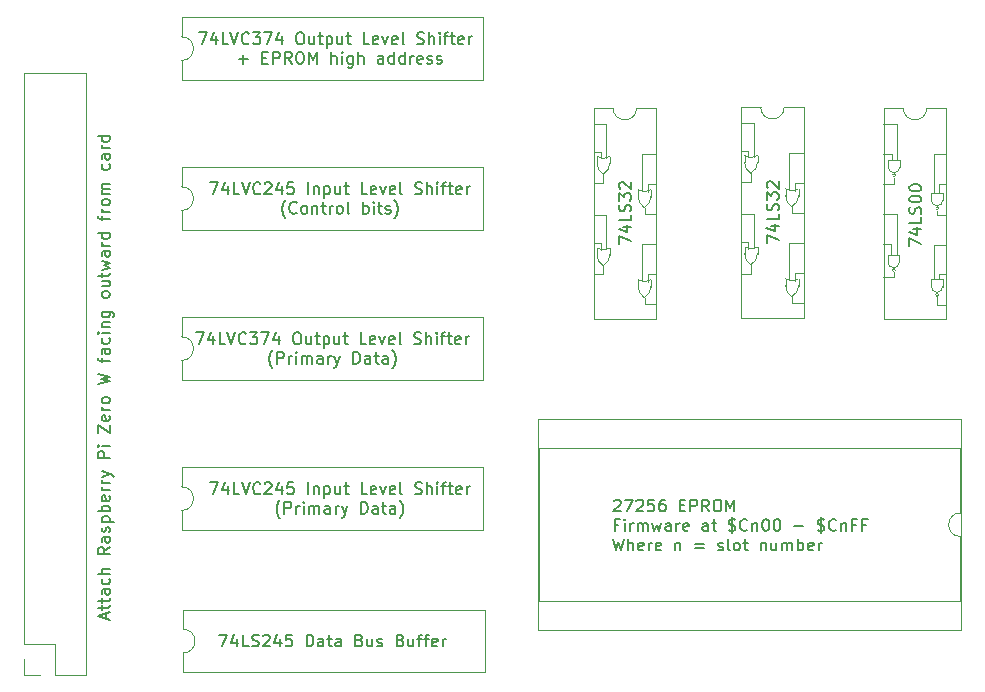
<source format=gbr>
G04 #@! TF.GenerationSoftware,KiCad,Pcbnew,(5.0.2)-1*
G04 #@! TF.CreationDate,2020-12-29T22:22:50-05:00*
G04 #@! TF.ProjectId,Apple2IORPi,4170706c-6532-4494-9f52-50692e6b6963,0.3*
G04 #@! TF.SameCoordinates,Original*
G04 #@! TF.FileFunction,Legend,Top*
G04 #@! TF.FilePolarity,Positive*
%FSLAX46Y46*%
G04 Gerber Fmt 4.6, Leading zero omitted, Abs format (unit mm)*
G04 Created by KiCad (PCBNEW (5.0.2)-1) date 2020-12-29 22:22:50*
%MOMM*%
%LPD*%
G01*
G04 APERTURE LIST*
%ADD10C,0.150000*%
%ADD11C,0.120000*%
G04 APERTURE END LIST*
D10*
X124913809Y-60222380D02*
X125580476Y-60222380D01*
X125151904Y-61222380D01*
X126389999Y-60555714D02*
X126389999Y-61222380D01*
X126151904Y-60174761D02*
X125913809Y-60889047D01*
X126532857Y-60889047D01*
X127389999Y-61222380D02*
X126913809Y-61222380D01*
X126913809Y-60222380D01*
X127580476Y-60222380D02*
X127913809Y-61222380D01*
X128247142Y-60222380D01*
X129151904Y-61127142D02*
X129104285Y-61174761D01*
X128961428Y-61222380D01*
X128866190Y-61222380D01*
X128723333Y-61174761D01*
X128628095Y-61079523D01*
X128580476Y-60984285D01*
X128532857Y-60793809D01*
X128532857Y-60650952D01*
X128580476Y-60460476D01*
X128628095Y-60365238D01*
X128723333Y-60270000D01*
X128866190Y-60222380D01*
X128961428Y-60222380D01*
X129104285Y-60270000D01*
X129151904Y-60317619D01*
X129532857Y-60317619D02*
X129580476Y-60270000D01*
X129675714Y-60222380D01*
X129913809Y-60222380D01*
X130009047Y-60270000D01*
X130056666Y-60317619D01*
X130104285Y-60412857D01*
X130104285Y-60508095D01*
X130056666Y-60650952D01*
X129485238Y-61222380D01*
X130104285Y-61222380D01*
X130961428Y-60555714D02*
X130961428Y-61222380D01*
X130723333Y-60174761D02*
X130485238Y-60889047D01*
X131104285Y-60889047D01*
X131961428Y-60222380D02*
X131485238Y-60222380D01*
X131437619Y-60698571D01*
X131485238Y-60650952D01*
X131580476Y-60603333D01*
X131818571Y-60603333D01*
X131913809Y-60650952D01*
X131961428Y-60698571D01*
X132009047Y-60793809D01*
X132009047Y-61031904D01*
X131961428Y-61127142D01*
X131913809Y-61174761D01*
X131818571Y-61222380D01*
X131580476Y-61222380D01*
X131485238Y-61174761D01*
X131437619Y-61127142D01*
X133199523Y-61222380D02*
X133199523Y-60222380D01*
X133675714Y-60555714D02*
X133675714Y-61222380D01*
X133675714Y-60650952D02*
X133723333Y-60603333D01*
X133818571Y-60555714D01*
X133961428Y-60555714D01*
X134056666Y-60603333D01*
X134104285Y-60698571D01*
X134104285Y-61222380D01*
X134580476Y-60555714D02*
X134580476Y-61555714D01*
X134580476Y-60603333D02*
X134675714Y-60555714D01*
X134866190Y-60555714D01*
X134961428Y-60603333D01*
X135009047Y-60650952D01*
X135056666Y-60746190D01*
X135056666Y-61031904D01*
X135009047Y-61127142D01*
X134961428Y-61174761D01*
X134866190Y-61222380D01*
X134675714Y-61222380D01*
X134580476Y-61174761D01*
X135913809Y-60555714D02*
X135913809Y-61222380D01*
X135485238Y-60555714D02*
X135485238Y-61079523D01*
X135532857Y-61174761D01*
X135628095Y-61222380D01*
X135770952Y-61222380D01*
X135866190Y-61174761D01*
X135913809Y-61127142D01*
X136247142Y-60555714D02*
X136628095Y-60555714D01*
X136390000Y-60222380D02*
X136390000Y-61079523D01*
X136437619Y-61174761D01*
X136532857Y-61222380D01*
X136628095Y-61222380D01*
X138199523Y-61222380D02*
X137723333Y-61222380D01*
X137723333Y-60222380D01*
X138913809Y-61174761D02*
X138818571Y-61222380D01*
X138628095Y-61222380D01*
X138532857Y-61174761D01*
X138485238Y-61079523D01*
X138485238Y-60698571D01*
X138532857Y-60603333D01*
X138628095Y-60555714D01*
X138818571Y-60555714D01*
X138913809Y-60603333D01*
X138961428Y-60698571D01*
X138961428Y-60793809D01*
X138485238Y-60889047D01*
X139294761Y-60555714D02*
X139532857Y-61222380D01*
X139770952Y-60555714D01*
X140532857Y-61174761D02*
X140437619Y-61222380D01*
X140247142Y-61222380D01*
X140151904Y-61174761D01*
X140104285Y-61079523D01*
X140104285Y-60698571D01*
X140151904Y-60603333D01*
X140247142Y-60555714D01*
X140437619Y-60555714D01*
X140532857Y-60603333D01*
X140580476Y-60698571D01*
X140580476Y-60793809D01*
X140104285Y-60889047D01*
X141151904Y-61222380D02*
X141056666Y-61174761D01*
X141009047Y-61079523D01*
X141009047Y-60222380D01*
X142247142Y-61174761D02*
X142390000Y-61222380D01*
X142628095Y-61222380D01*
X142723333Y-61174761D01*
X142770952Y-61127142D01*
X142818571Y-61031904D01*
X142818571Y-60936666D01*
X142770952Y-60841428D01*
X142723333Y-60793809D01*
X142628095Y-60746190D01*
X142437619Y-60698571D01*
X142342380Y-60650952D01*
X142294761Y-60603333D01*
X142247142Y-60508095D01*
X142247142Y-60412857D01*
X142294761Y-60317619D01*
X142342380Y-60270000D01*
X142437619Y-60222380D01*
X142675714Y-60222380D01*
X142818571Y-60270000D01*
X143247142Y-61222380D02*
X143247142Y-60222380D01*
X143675714Y-61222380D02*
X143675714Y-60698571D01*
X143628095Y-60603333D01*
X143532857Y-60555714D01*
X143390000Y-60555714D01*
X143294761Y-60603333D01*
X143247142Y-60650952D01*
X144151904Y-61222380D02*
X144151904Y-60555714D01*
X144151904Y-60222380D02*
X144104285Y-60270000D01*
X144151904Y-60317619D01*
X144199523Y-60270000D01*
X144151904Y-60222380D01*
X144151904Y-60317619D01*
X144485238Y-60555714D02*
X144866190Y-60555714D01*
X144628095Y-61222380D02*
X144628095Y-60365238D01*
X144675714Y-60270000D01*
X144770952Y-60222380D01*
X144866190Y-60222380D01*
X145056666Y-60555714D02*
X145437619Y-60555714D01*
X145199523Y-60222380D02*
X145199523Y-61079523D01*
X145247142Y-61174761D01*
X145342380Y-61222380D01*
X145437619Y-61222380D01*
X146151904Y-61174761D02*
X146056666Y-61222380D01*
X145866190Y-61222380D01*
X145770952Y-61174761D01*
X145723333Y-61079523D01*
X145723333Y-60698571D01*
X145770952Y-60603333D01*
X145866190Y-60555714D01*
X146056666Y-60555714D01*
X146151904Y-60603333D01*
X146199523Y-60698571D01*
X146199523Y-60793809D01*
X145723333Y-60889047D01*
X146628095Y-61222380D02*
X146628095Y-60555714D01*
X146628095Y-60746190D02*
X146675714Y-60650952D01*
X146723333Y-60603333D01*
X146818571Y-60555714D01*
X146913809Y-60555714D01*
X131270952Y-63253333D02*
X131223333Y-63205714D01*
X131128095Y-63062857D01*
X131080476Y-62967619D01*
X131032857Y-62824761D01*
X130985238Y-62586666D01*
X130985238Y-62396190D01*
X131032857Y-62158095D01*
X131080476Y-62015238D01*
X131128095Y-61920000D01*
X131223333Y-61777142D01*
X131270952Y-61729523D01*
X132223333Y-62777142D02*
X132175714Y-62824761D01*
X132032857Y-62872380D01*
X131937619Y-62872380D01*
X131794761Y-62824761D01*
X131699523Y-62729523D01*
X131651904Y-62634285D01*
X131604285Y-62443809D01*
X131604285Y-62300952D01*
X131651904Y-62110476D01*
X131699523Y-62015238D01*
X131794761Y-61920000D01*
X131937619Y-61872380D01*
X132032857Y-61872380D01*
X132175714Y-61920000D01*
X132223333Y-61967619D01*
X132794761Y-62872380D02*
X132699523Y-62824761D01*
X132651904Y-62777142D01*
X132604285Y-62681904D01*
X132604285Y-62396190D01*
X132651904Y-62300952D01*
X132699523Y-62253333D01*
X132794761Y-62205714D01*
X132937619Y-62205714D01*
X133032857Y-62253333D01*
X133080476Y-62300952D01*
X133128095Y-62396190D01*
X133128095Y-62681904D01*
X133080476Y-62777142D01*
X133032857Y-62824761D01*
X132937619Y-62872380D01*
X132794761Y-62872380D01*
X133556666Y-62205714D02*
X133556666Y-62872380D01*
X133556666Y-62300952D02*
X133604285Y-62253333D01*
X133699523Y-62205714D01*
X133842380Y-62205714D01*
X133937619Y-62253333D01*
X133985238Y-62348571D01*
X133985238Y-62872380D01*
X134318571Y-62205714D02*
X134699523Y-62205714D01*
X134461428Y-61872380D02*
X134461428Y-62729523D01*
X134509047Y-62824761D01*
X134604285Y-62872380D01*
X134699523Y-62872380D01*
X135032857Y-62872380D02*
X135032857Y-62205714D01*
X135032857Y-62396190D02*
X135080476Y-62300952D01*
X135128095Y-62253333D01*
X135223333Y-62205714D01*
X135318571Y-62205714D01*
X135794761Y-62872380D02*
X135699523Y-62824761D01*
X135651904Y-62777142D01*
X135604285Y-62681904D01*
X135604285Y-62396190D01*
X135651904Y-62300952D01*
X135699523Y-62253333D01*
X135794761Y-62205714D01*
X135937619Y-62205714D01*
X136032857Y-62253333D01*
X136080476Y-62300952D01*
X136128095Y-62396190D01*
X136128095Y-62681904D01*
X136080476Y-62777142D01*
X136032857Y-62824761D01*
X135937619Y-62872380D01*
X135794761Y-62872380D01*
X136699523Y-62872380D02*
X136604285Y-62824761D01*
X136556666Y-62729523D01*
X136556666Y-61872380D01*
X137842380Y-62872380D02*
X137842380Y-61872380D01*
X137842380Y-62253333D02*
X137937619Y-62205714D01*
X138128095Y-62205714D01*
X138223333Y-62253333D01*
X138270952Y-62300952D01*
X138318571Y-62396190D01*
X138318571Y-62681904D01*
X138270952Y-62777142D01*
X138223333Y-62824761D01*
X138128095Y-62872380D01*
X137937619Y-62872380D01*
X137842380Y-62824761D01*
X138747142Y-62872380D02*
X138747142Y-62205714D01*
X138747142Y-61872380D02*
X138699523Y-61920000D01*
X138747142Y-61967619D01*
X138794761Y-61920000D01*
X138747142Y-61872380D01*
X138747142Y-61967619D01*
X139080476Y-62205714D02*
X139461428Y-62205714D01*
X139223333Y-61872380D02*
X139223333Y-62729523D01*
X139270952Y-62824761D01*
X139366190Y-62872380D01*
X139461428Y-62872380D01*
X139747142Y-62824761D02*
X139842380Y-62872380D01*
X140032857Y-62872380D01*
X140128095Y-62824761D01*
X140175714Y-62729523D01*
X140175714Y-62681904D01*
X140128095Y-62586666D01*
X140032857Y-62539047D01*
X139890000Y-62539047D01*
X139794761Y-62491428D01*
X139747142Y-62396190D01*
X139747142Y-62348571D01*
X139794761Y-62253333D01*
X139890000Y-62205714D01*
X140032857Y-62205714D01*
X140128095Y-62253333D01*
X140509047Y-63253333D02*
X140556666Y-63205714D01*
X140651904Y-63062857D01*
X140699523Y-62967619D01*
X140747142Y-62824761D01*
X140794761Y-62586666D01*
X140794761Y-62396190D01*
X140747142Y-62158095D01*
X140699523Y-62015238D01*
X140651904Y-61920000D01*
X140556666Y-61777142D01*
X140509047Y-61729523D01*
X123961428Y-47522380D02*
X124628095Y-47522380D01*
X124199523Y-48522380D01*
X125437619Y-47855714D02*
X125437619Y-48522380D01*
X125199523Y-47474761D02*
X124961428Y-48189047D01*
X125580476Y-48189047D01*
X126437619Y-48522380D02*
X125961428Y-48522380D01*
X125961428Y-47522380D01*
X126628095Y-47522380D02*
X126961428Y-48522380D01*
X127294761Y-47522380D01*
X128199523Y-48427142D02*
X128151904Y-48474761D01*
X128009047Y-48522380D01*
X127913809Y-48522380D01*
X127770952Y-48474761D01*
X127675714Y-48379523D01*
X127628095Y-48284285D01*
X127580476Y-48093809D01*
X127580476Y-47950952D01*
X127628095Y-47760476D01*
X127675714Y-47665238D01*
X127770952Y-47570000D01*
X127913809Y-47522380D01*
X128009047Y-47522380D01*
X128151904Y-47570000D01*
X128199523Y-47617619D01*
X128532857Y-47522380D02*
X129151904Y-47522380D01*
X128818571Y-47903333D01*
X128961428Y-47903333D01*
X129056666Y-47950952D01*
X129104285Y-47998571D01*
X129151904Y-48093809D01*
X129151904Y-48331904D01*
X129104285Y-48427142D01*
X129056666Y-48474761D01*
X128961428Y-48522380D01*
X128675714Y-48522380D01*
X128580476Y-48474761D01*
X128532857Y-48427142D01*
X129485238Y-47522380D02*
X130151904Y-47522380D01*
X129723333Y-48522380D01*
X130961428Y-47855714D02*
X130961428Y-48522380D01*
X130723333Y-47474761D02*
X130485238Y-48189047D01*
X131104285Y-48189047D01*
X132437619Y-47522380D02*
X132628095Y-47522380D01*
X132723333Y-47570000D01*
X132818571Y-47665238D01*
X132866190Y-47855714D01*
X132866190Y-48189047D01*
X132818571Y-48379523D01*
X132723333Y-48474761D01*
X132628095Y-48522380D01*
X132437619Y-48522380D01*
X132342380Y-48474761D01*
X132247142Y-48379523D01*
X132199523Y-48189047D01*
X132199523Y-47855714D01*
X132247142Y-47665238D01*
X132342380Y-47570000D01*
X132437619Y-47522380D01*
X133723333Y-47855714D02*
X133723333Y-48522380D01*
X133294761Y-47855714D02*
X133294761Y-48379523D01*
X133342380Y-48474761D01*
X133437619Y-48522380D01*
X133580476Y-48522380D01*
X133675714Y-48474761D01*
X133723333Y-48427142D01*
X134056666Y-47855714D02*
X134437619Y-47855714D01*
X134199523Y-47522380D02*
X134199523Y-48379523D01*
X134247142Y-48474761D01*
X134342380Y-48522380D01*
X134437619Y-48522380D01*
X134770952Y-47855714D02*
X134770952Y-48855714D01*
X134770952Y-47903333D02*
X134866190Y-47855714D01*
X135056666Y-47855714D01*
X135151904Y-47903333D01*
X135199523Y-47950952D01*
X135247142Y-48046190D01*
X135247142Y-48331904D01*
X135199523Y-48427142D01*
X135151904Y-48474761D01*
X135056666Y-48522380D01*
X134866190Y-48522380D01*
X134770952Y-48474761D01*
X136104285Y-47855714D02*
X136104285Y-48522380D01*
X135675714Y-47855714D02*
X135675714Y-48379523D01*
X135723333Y-48474761D01*
X135818571Y-48522380D01*
X135961428Y-48522380D01*
X136056666Y-48474761D01*
X136104285Y-48427142D01*
X136437619Y-47855714D02*
X136818571Y-47855714D01*
X136580476Y-47522380D02*
X136580476Y-48379523D01*
X136628095Y-48474761D01*
X136723333Y-48522380D01*
X136818571Y-48522380D01*
X138390000Y-48522380D02*
X137913809Y-48522380D01*
X137913809Y-47522380D01*
X139104285Y-48474761D02*
X139009047Y-48522380D01*
X138818571Y-48522380D01*
X138723333Y-48474761D01*
X138675714Y-48379523D01*
X138675714Y-47998571D01*
X138723333Y-47903333D01*
X138818571Y-47855714D01*
X139009047Y-47855714D01*
X139104285Y-47903333D01*
X139151904Y-47998571D01*
X139151904Y-48093809D01*
X138675714Y-48189047D01*
X139485238Y-47855714D02*
X139723333Y-48522380D01*
X139961428Y-47855714D01*
X140723333Y-48474761D02*
X140628095Y-48522380D01*
X140437619Y-48522380D01*
X140342380Y-48474761D01*
X140294761Y-48379523D01*
X140294761Y-47998571D01*
X140342380Y-47903333D01*
X140437619Y-47855714D01*
X140628095Y-47855714D01*
X140723333Y-47903333D01*
X140770952Y-47998571D01*
X140770952Y-48093809D01*
X140294761Y-48189047D01*
X141342380Y-48522380D02*
X141247142Y-48474761D01*
X141199523Y-48379523D01*
X141199523Y-47522380D01*
X142437619Y-48474761D02*
X142580476Y-48522380D01*
X142818571Y-48522380D01*
X142913809Y-48474761D01*
X142961428Y-48427142D01*
X143009047Y-48331904D01*
X143009047Y-48236666D01*
X142961428Y-48141428D01*
X142913809Y-48093809D01*
X142818571Y-48046190D01*
X142628095Y-47998571D01*
X142532857Y-47950952D01*
X142485238Y-47903333D01*
X142437619Y-47808095D01*
X142437619Y-47712857D01*
X142485238Y-47617619D01*
X142532857Y-47570000D01*
X142628095Y-47522380D01*
X142866190Y-47522380D01*
X143009047Y-47570000D01*
X143437619Y-48522380D02*
X143437619Y-47522380D01*
X143866190Y-48522380D02*
X143866190Y-47998571D01*
X143818571Y-47903333D01*
X143723333Y-47855714D01*
X143580476Y-47855714D01*
X143485238Y-47903333D01*
X143437619Y-47950952D01*
X144342380Y-48522380D02*
X144342380Y-47855714D01*
X144342380Y-47522380D02*
X144294761Y-47570000D01*
X144342380Y-47617619D01*
X144389999Y-47570000D01*
X144342380Y-47522380D01*
X144342380Y-47617619D01*
X144675714Y-47855714D02*
X145056666Y-47855714D01*
X144818571Y-48522380D02*
X144818571Y-47665238D01*
X144866190Y-47570000D01*
X144961428Y-47522380D01*
X145056666Y-47522380D01*
X145247142Y-47855714D02*
X145628095Y-47855714D01*
X145389999Y-47522380D02*
X145389999Y-48379523D01*
X145437619Y-48474761D01*
X145532857Y-48522380D01*
X145628095Y-48522380D01*
X146342380Y-48474761D02*
X146247142Y-48522380D01*
X146056666Y-48522380D01*
X145961428Y-48474761D01*
X145913809Y-48379523D01*
X145913809Y-47998571D01*
X145961428Y-47903333D01*
X146056666Y-47855714D01*
X146247142Y-47855714D01*
X146342380Y-47903333D01*
X146389999Y-47998571D01*
X146389999Y-48093809D01*
X145913809Y-48189047D01*
X146818571Y-48522380D02*
X146818571Y-47855714D01*
X146818571Y-48046190D02*
X146866190Y-47950952D01*
X146913809Y-47903333D01*
X147009047Y-47855714D01*
X147104285Y-47855714D01*
X127318571Y-49791428D02*
X128080476Y-49791428D01*
X127699523Y-50172380D02*
X127699523Y-49410476D01*
X129318571Y-49648571D02*
X129651904Y-49648571D01*
X129794761Y-50172380D02*
X129318571Y-50172380D01*
X129318571Y-49172380D01*
X129794761Y-49172380D01*
X130223333Y-50172380D02*
X130223333Y-49172380D01*
X130604285Y-49172380D01*
X130699523Y-49220000D01*
X130747142Y-49267619D01*
X130794761Y-49362857D01*
X130794761Y-49505714D01*
X130747142Y-49600952D01*
X130699523Y-49648571D01*
X130604285Y-49696190D01*
X130223333Y-49696190D01*
X131794761Y-50172380D02*
X131461428Y-49696190D01*
X131223333Y-50172380D02*
X131223333Y-49172380D01*
X131604285Y-49172380D01*
X131699523Y-49220000D01*
X131747142Y-49267619D01*
X131794761Y-49362857D01*
X131794761Y-49505714D01*
X131747142Y-49600952D01*
X131699523Y-49648571D01*
X131604285Y-49696190D01*
X131223333Y-49696190D01*
X132413809Y-49172380D02*
X132604285Y-49172380D01*
X132699523Y-49220000D01*
X132794761Y-49315238D01*
X132842380Y-49505714D01*
X132842380Y-49839047D01*
X132794761Y-50029523D01*
X132699523Y-50124761D01*
X132604285Y-50172380D01*
X132413809Y-50172380D01*
X132318571Y-50124761D01*
X132223333Y-50029523D01*
X132175714Y-49839047D01*
X132175714Y-49505714D01*
X132223333Y-49315238D01*
X132318571Y-49220000D01*
X132413809Y-49172380D01*
X133270952Y-50172380D02*
X133270952Y-49172380D01*
X133604285Y-49886666D01*
X133937619Y-49172380D01*
X133937619Y-50172380D01*
X135175714Y-50172380D02*
X135175714Y-49172380D01*
X135604285Y-50172380D02*
X135604285Y-49648571D01*
X135556666Y-49553333D01*
X135461428Y-49505714D01*
X135318571Y-49505714D01*
X135223333Y-49553333D01*
X135175714Y-49600952D01*
X136080476Y-50172380D02*
X136080476Y-49505714D01*
X136080476Y-49172380D02*
X136032857Y-49220000D01*
X136080476Y-49267619D01*
X136128095Y-49220000D01*
X136080476Y-49172380D01*
X136080476Y-49267619D01*
X136985238Y-49505714D02*
X136985238Y-50315238D01*
X136937619Y-50410476D01*
X136890000Y-50458095D01*
X136794761Y-50505714D01*
X136651904Y-50505714D01*
X136556666Y-50458095D01*
X136985238Y-50124761D02*
X136890000Y-50172380D01*
X136699523Y-50172380D01*
X136604285Y-50124761D01*
X136556666Y-50077142D01*
X136509047Y-49981904D01*
X136509047Y-49696190D01*
X136556666Y-49600952D01*
X136604285Y-49553333D01*
X136699523Y-49505714D01*
X136890000Y-49505714D01*
X136985238Y-49553333D01*
X137461428Y-50172380D02*
X137461428Y-49172380D01*
X137890000Y-50172380D02*
X137890000Y-49648571D01*
X137842380Y-49553333D01*
X137747142Y-49505714D01*
X137604285Y-49505714D01*
X137509047Y-49553333D01*
X137461428Y-49600952D01*
X139556666Y-50172380D02*
X139556666Y-49648571D01*
X139509047Y-49553333D01*
X139413809Y-49505714D01*
X139223333Y-49505714D01*
X139128095Y-49553333D01*
X139556666Y-50124761D02*
X139461428Y-50172380D01*
X139223333Y-50172380D01*
X139128095Y-50124761D01*
X139080476Y-50029523D01*
X139080476Y-49934285D01*
X139128095Y-49839047D01*
X139223333Y-49791428D01*
X139461428Y-49791428D01*
X139556666Y-49743809D01*
X140461428Y-50172380D02*
X140461428Y-49172380D01*
X140461428Y-50124761D02*
X140366190Y-50172380D01*
X140175714Y-50172380D01*
X140080476Y-50124761D01*
X140032857Y-50077142D01*
X139985238Y-49981904D01*
X139985238Y-49696190D01*
X140032857Y-49600952D01*
X140080476Y-49553333D01*
X140175714Y-49505714D01*
X140366190Y-49505714D01*
X140461428Y-49553333D01*
X141366190Y-50172380D02*
X141366190Y-49172380D01*
X141366190Y-50124761D02*
X141270952Y-50172380D01*
X141080476Y-50172380D01*
X140985238Y-50124761D01*
X140937619Y-50077142D01*
X140890000Y-49981904D01*
X140890000Y-49696190D01*
X140937619Y-49600952D01*
X140985238Y-49553333D01*
X141080476Y-49505714D01*
X141270952Y-49505714D01*
X141366190Y-49553333D01*
X141842380Y-50172380D02*
X141842380Y-49505714D01*
X141842380Y-49696190D02*
X141890000Y-49600952D01*
X141937619Y-49553333D01*
X142032857Y-49505714D01*
X142128095Y-49505714D01*
X142842380Y-50124761D02*
X142747142Y-50172380D01*
X142556666Y-50172380D01*
X142461428Y-50124761D01*
X142413809Y-50029523D01*
X142413809Y-49648571D01*
X142461428Y-49553333D01*
X142556666Y-49505714D01*
X142747142Y-49505714D01*
X142842380Y-49553333D01*
X142890000Y-49648571D01*
X142890000Y-49743809D01*
X142413809Y-49839047D01*
X143270952Y-50124761D02*
X143366190Y-50172380D01*
X143556666Y-50172380D01*
X143651904Y-50124761D01*
X143699523Y-50029523D01*
X143699523Y-49981904D01*
X143651904Y-49886666D01*
X143556666Y-49839047D01*
X143413809Y-49839047D01*
X143318571Y-49791428D01*
X143270952Y-49696190D01*
X143270952Y-49648571D01*
X143318571Y-49553333D01*
X143413809Y-49505714D01*
X143556666Y-49505714D01*
X143651904Y-49553333D01*
X144080476Y-50124761D02*
X144175714Y-50172380D01*
X144366190Y-50172380D01*
X144461428Y-50124761D01*
X144509047Y-50029523D01*
X144509047Y-49981904D01*
X144461428Y-49886666D01*
X144366190Y-49839047D01*
X144223333Y-49839047D01*
X144128095Y-49791428D01*
X144080476Y-49696190D01*
X144080476Y-49648571D01*
X144128095Y-49553333D01*
X144223333Y-49505714D01*
X144366190Y-49505714D01*
X144461428Y-49553333D01*
X123707380Y-72922380D02*
X124374047Y-72922380D01*
X123945476Y-73922380D01*
X125183571Y-73255714D02*
X125183571Y-73922380D01*
X124945476Y-72874761D02*
X124707380Y-73589047D01*
X125326428Y-73589047D01*
X126183571Y-73922380D02*
X125707380Y-73922380D01*
X125707380Y-72922380D01*
X126374047Y-72922380D02*
X126707380Y-73922380D01*
X127040714Y-72922380D01*
X127945476Y-73827142D02*
X127897857Y-73874761D01*
X127755000Y-73922380D01*
X127659761Y-73922380D01*
X127516904Y-73874761D01*
X127421666Y-73779523D01*
X127374047Y-73684285D01*
X127326428Y-73493809D01*
X127326428Y-73350952D01*
X127374047Y-73160476D01*
X127421666Y-73065238D01*
X127516904Y-72970000D01*
X127659761Y-72922380D01*
X127755000Y-72922380D01*
X127897857Y-72970000D01*
X127945476Y-73017619D01*
X128278809Y-72922380D02*
X128897857Y-72922380D01*
X128564523Y-73303333D01*
X128707380Y-73303333D01*
X128802619Y-73350952D01*
X128850238Y-73398571D01*
X128897857Y-73493809D01*
X128897857Y-73731904D01*
X128850238Y-73827142D01*
X128802619Y-73874761D01*
X128707380Y-73922380D01*
X128421666Y-73922380D01*
X128326428Y-73874761D01*
X128278809Y-73827142D01*
X129231190Y-72922380D02*
X129897857Y-72922380D01*
X129469285Y-73922380D01*
X130707380Y-73255714D02*
X130707380Y-73922380D01*
X130469285Y-72874761D02*
X130231190Y-73589047D01*
X130850238Y-73589047D01*
X132183571Y-72922380D02*
X132374047Y-72922380D01*
X132469285Y-72970000D01*
X132564523Y-73065238D01*
X132612142Y-73255714D01*
X132612142Y-73589047D01*
X132564523Y-73779523D01*
X132469285Y-73874761D01*
X132374047Y-73922380D01*
X132183571Y-73922380D01*
X132088333Y-73874761D01*
X131993095Y-73779523D01*
X131945476Y-73589047D01*
X131945476Y-73255714D01*
X131993095Y-73065238D01*
X132088333Y-72970000D01*
X132183571Y-72922380D01*
X133469285Y-73255714D02*
X133469285Y-73922380D01*
X133040714Y-73255714D02*
X133040714Y-73779523D01*
X133088333Y-73874761D01*
X133183571Y-73922380D01*
X133326428Y-73922380D01*
X133421666Y-73874761D01*
X133469285Y-73827142D01*
X133802619Y-73255714D02*
X134183571Y-73255714D01*
X133945476Y-72922380D02*
X133945476Y-73779523D01*
X133993095Y-73874761D01*
X134088333Y-73922380D01*
X134183571Y-73922380D01*
X134516904Y-73255714D02*
X134516904Y-74255714D01*
X134516904Y-73303333D02*
X134612142Y-73255714D01*
X134802619Y-73255714D01*
X134897857Y-73303333D01*
X134945476Y-73350952D01*
X134993095Y-73446190D01*
X134993095Y-73731904D01*
X134945476Y-73827142D01*
X134897857Y-73874761D01*
X134802619Y-73922380D01*
X134612142Y-73922380D01*
X134516904Y-73874761D01*
X135850238Y-73255714D02*
X135850238Y-73922380D01*
X135421666Y-73255714D02*
X135421666Y-73779523D01*
X135469285Y-73874761D01*
X135564523Y-73922380D01*
X135707380Y-73922380D01*
X135802619Y-73874761D01*
X135850238Y-73827142D01*
X136183571Y-73255714D02*
X136564523Y-73255714D01*
X136326428Y-72922380D02*
X136326428Y-73779523D01*
X136374047Y-73874761D01*
X136469285Y-73922380D01*
X136564523Y-73922380D01*
X138135952Y-73922380D02*
X137659761Y-73922380D01*
X137659761Y-72922380D01*
X138850238Y-73874761D02*
X138755000Y-73922380D01*
X138564523Y-73922380D01*
X138469285Y-73874761D01*
X138421666Y-73779523D01*
X138421666Y-73398571D01*
X138469285Y-73303333D01*
X138564523Y-73255714D01*
X138755000Y-73255714D01*
X138850238Y-73303333D01*
X138897857Y-73398571D01*
X138897857Y-73493809D01*
X138421666Y-73589047D01*
X139231190Y-73255714D02*
X139469285Y-73922380D01*
X139707380Y-73255714D01*
X140469285Y-73874761D02*
X140374047Y-73922380D01*
X140183571Y-73922380D01*
X140088333Y-73874761D01*
X140040714Y-73779523D01*
X140040714Y-73398571D01*
X140088333Y-73303333D01*
X140183571Y-73255714D01*
X140374047Y-73255714D01*
X140469285Y-73303333D01*
X140516904Y-73398571D01*
X140516904Y-73493809D01*
X140040714Y-73589047D01*
X141088333Y-73922380D02*
X140993095Y-73874761D01*
X140945476Y-73779523D01*
X140945476Y-72922380D01*
X142183571Y-73874761D02*
X142326428Y-73922380D01*
X142564523Y-73922380D01*
X142659761Y-73874761D01*
X142707380Y-73827142D01*
X142755000Y-73731904D01*
X142755000Y-73636666D01*
X142707380Y-73541428D01*
X142659761Y-73493809D01*
X142564523Y-73446190D01*
X142374047Y-73398571D01*
X142278809Y-73350952D01*
X142231190Y-73303333D01*
X142183571Y-73208095D01*
X142183571Y-73112857D01*
X142231190Y-73017619D01*
X142278809Y-72970000D01*
X142374047Y-72922380D01*
X142612142Y-72922380D01*
X142755000Y-72970000D01*
X143183571Y-73922380D02*
X143183571Y-72922380D01*
X143612142Y-73922380D02*
X143612142Y-73398571D01*
X143564523Y-73303333D01*
X143469285Y-73255714D01*
X143326428Y-73255714D01*
X143231190Y-73303333D01*
X143183571Y-73350952D01*
X144088333Y-73922380D02*
X144088333Y-73255714D01*
X144088333Y-72922380D02*
X144040714Y-72970000D01*
X144088333Y-73017619D01*
X144135952Y-72970000D01*
X144088333Y-72922380D01*
X144088333Y-73017619D01*
X144421666Y-73255714D02*
X144802619Y-73255714D01*
X144564523Y-73922380D02*
X144564523Y-73065238D01*
X144612142Y-72970000D01*
X144707380Y-72922380D01*
X144802619Y-72922380D01*
X144993095Y-73255714D02*
X145374047Y-73255714D01*
X145135952Y-72922380D02*
X145135952Y-73779523D01*
X145183571Y-73874761D01*
X145278809Y-73922380D01*
X145374047Y-73922380D01*
X146088333Y-73874761D02*
X145993095Y-73922380D01*
X145802619Y-73922380D01*
X145707380Y-73874761D01*
X145659761Y-73779523D01*
X145659761Y-73398571D01*
X145707380Y-73303333D01*
X145802619Y-73255714D01*
X145993095Y-73255714D01*
X146088333Y-73303333D01*
X146135952Y-73398571D01*
X146135952Y-73493809D01*
X145659761Y-73589047D01*
X146564523Y-73922380D02*
X146564523Y-73255714D01*
X146564523Y-73446190D02*
X146612142Y-73350952D01*
X146659761Y-73303333D01*
X146755000Y-73255714D01*
X146850238Y-73255714D01*
X130183571Y-75953333D02*
X130135952Y-75905714D01*
X130040714Y-75762857D01*
X129993095Y-75667619D01*
X129945476Y-75524761D01*
X129897857Y-75286666D01*
X129897857Y-75096190D01*
X129945476Y-74858095D01*
X129993095Y-74715238D01*
X130040714Y-74620000D01*
X130135952Y-74477142D01*
X130183571Y-74429523D01*
X130564523Y-75572380D02*
X130564523Y-74572380D01*
X130945476Y-74572380D01*
X131040714Y-74620000D01*
X131088333Y-74667619D01*
X131135952Y-74762857D01*
X131135952Y-74905714D01*
X131088333Y-75000952D01*
X131040714Y-75048571D01*
X130945476Y-75096190D01*
X130564523Y-75096190D01*
X131564523Y-75572380D02*
X131564523Y-74905714D01*
X131564523Y-75096190D02*
X131612142Y-75000952D01*
X131659761Y-74953333D01*
X131755000Y-74905714D01*
X131850238Y-74905714D01*
X132183571Y-75572380D02*
X132183571Y-74905714D01*
X132183571Y-74572380D02*
X132135952Y-74620000D01*
X132183571Y-74667619D01*
X132231190Y-74620000D01*
X132183571Y-74572380D01*
X132183571Y-74667619D01*
X132659761Y-75572380D02*
X132659761Y-74905714D01*
X132659761Y-75000952D02*
X132707380Y-74953333D01*
X132802619Y-74905714D01*
X132945476Y-74905714D01*
X133040714Y-74953333D01*
X133088333Y-75048571D01*
X133088333Y-75572380D01*
X133088333Y-75048571D02*
X133135952Y-74953333D01*
X133231190Y-74905714D01*
X133374047Y-74905714D01*
X133469285Y-74953333D01*
X133516904Y-75048571D01*
X133516904Y-75572380D01*
X134421666Y-75572380D02*
X134421666Y-75048571D01*
X134374047Y-74953333D01*
X134278809Y-74905714D01*
X134088333Y-74905714D01*
X133993095Y-74953333D01*
X134421666Y-75524761D02*
X134326428Y-75572380D01*
X134088333Y-75572380D01*
X133993095Y-75524761D01*
X133945476Y-75429523D01*
X133945476Y-75334285D01*
X133993095Y-75239047D01*
X134088333Y-75191428D01*
X134326428Y-75191428D01*
X134421666Y-75143809D01*
X134897857Y-75572380D02*
X134897857Y-74905714D01*
X134897857Y-75096190D02*
X134945476Y-75000952D01*
X134993095Y-74953333D01*
X135088333Y-74905714D01*
X135183571Y-74905714D01*
X135421666Y-74905714D02*
X135659761Y-75572380D01*
X135897857Y-74905714D02*
X135659761Y-75572380D01*
X135564523Y-75810476D01*
X135516904Y-75858095D01*
X135421666Y-75905714D01*
X137040714Y-75572380D02*
X137040714Y-74572380D01*
X137278809Y-74572380D01*
X137421666Y-74620000D01*
X137516904Y-74715238D01*
X137564523Y-74810476D01*
X137612142Y-75000952D01*
X137612142Y-75143809D01*
X137564523Y-75334285D01*
X137516904Y-75429523D01*
X137421666Y-75524761D01*
X137278809Y-75572380D01*
X137040714Y-75572380D01*
X138469285Y-75572380D02*
X138469285Y-75048571D01*
X138421666Y-74953333D01*
X138326428Y-74905714D01*
X138135952Y-74905714D01*
X138040714Y-74953333D01*
X138469285Y-75524761D02*
X138374047Y-75572380D01*
X138135952Y-75572380D01*
X138040714Y-75524761D01*
X137993095Y-75429523D01*
X137993095Y-75334285D01*
X138040714Y-75239047D01*
X138135952Y-75191428D01*
X138374047Y-75191428D01*
X138469285Y-75143809D01*
X138802619Y-74905714D02*
X139183571Y-74905714D01*
X138945476Y-74572380D02*
X138945476Y-75429523D01*
X138993095Y-75524761D01*
X139088333Y-75572380D01*
X139183571Y-75572380D01*
X139945476Y-75572380D02*
X139945476Y-75048571D01*
X139897857Y-74953333D01*
X139802619Y-74905714D01*
X139612142Y-74905714D01*
X139516904Y-74953333D01*
X139945476Y-75524761D02*
X139850238Y-75572380D01*
X139612142Y-75572380D01*
X139516904Y-75524761D01*
X139469285Y-75429523D01*
X139469285Y-75334285D01*
X139516904Y-75239047D01*
X139612142Y-75191428D01*
X139850238Y-75191428D01*
X139945476Y-75143809D01*
X140326428Y-75953333D02*
X140374047Y-75905714D01*
X140469285Y-75762857D01*
X140516904Y-75667619D01*
X140564523Y-75524761D01*
X140612142Y-75286666D01*
X140612142Y-75096190D01*
X140564523Y-74858095D01*
X140516904Y-74715238D01*
X140469285Y-74620000D01*
X140374047Y-74477142D01*
X140326428Y-74429523D01*
X124913809Y-85622380D02*
X125580476Y-85622380D01*
X125151904Y-86622380D01*
X126389999Y-85955714D02*
X126389999Y-86622380D01*
X126151904Y-85574761D02*
X125913809Y-86289047D01*
X126532857Y-86289047D01*
X127389999Y-86622380D02*
X126913809Y-86622380D01*
X126913809Y-85622380D01*
X127580476Y-85622380D02*
X127913809Y-86622380D01*
X128247142Y-85622380D01*
X129151904Y-86527142D02*
X129104285Y-86574761D01*
X128961428Y-86622380D01*
X128866190Y-86622380D01*
X128723333Y-86574761D01*
X128628095Y-86479523D01*
X128580476Y-86384285D01*
X128532857Y-86193809D01*
X128532857Y-86050952D01*
X128580476Y-85860476D01*
X128628095Y-85765238D01*
X128723333Y-85670000D01*
X128866190Y-85622380D01*
X128961428Y-85622380D01*
X129104285Y-85670000D01*
X129151904Y-85717619D01*
X129532857Y-85717619D02*
X129580476Y-85670000D01*
X129675714Y-85622380D01*
X129913809Y-85622380D01*
X130009047Y-85670000D01*
X130056666Y-85717619D01*
X130104285Y-85812857D01*
X130104285Y-85908095D01*
X130056666Y-86050952D01*
X129485238Y-86622380D01*
X130104285Y-86622380D01*
X130961428Y-85955714D02*
X130961428Y-86622380D01*
X130723333Y-85574761D02*
X130485238Y-86289047D01*
X131104285Y-86289047D01*
X131961428Y-85622380D02*
X131485238Y-85622380D01*
X131437619Y-86098571D01*
X131485238Y-86050952D01*
X131580476Y-86003333D01*
X131818571Y-86003333D01*
X131913809Y-86050952D01*
X131961428Y-86098571D01*
X132009047Y-86193809D01*
X132009047Y-86431904D01*
X131961428Y-86527142D01*
X131913809Y-86574761D01*
X131818571Y-86622380D01*
X131580476Y-86622380D01*
X131485238Y-86574761D01*
X131437619Y-86527142D01*
X133199523Y-86622380D02*
X133199523Y-85622380D01*
X133675714Y-85955714D02*
X133675714Y-86622380D01*
X133675714Y-86050952D02*
X133723333Y-86003333D01*
X133818571Y-85955714D01*
X133961428Y-85955714D01*
X134056666Y-86003333D01*
X134104285Y-86098571D01*
X134104285Y-86622380D01*
X134580476Y-85955714D02*
X134580476Y-86955714D01*
X134580476Y-86003333D02*
X134675714Y-85955714D01*
X134866190Y-85955714D01*
X134961428Y-86003333D01*
X135009047Y-86050952D01*
X135056666Y-86146190D01*
X135056666Y-86431904D01*
X135009047Y-86527142D01*
X134961428Y-86574761D01*
X134866190Y-86622380D01*
X134675714Y-86622380D01*
X134580476Y-86574761D01*
X135913809Y-85955714D02*
X135913809Y-86622380D01*
X135485238Y-85955714D02*
X135485238Y-86479523D01*
X135532857Y-86574761D01*
X135628095Y-86622380D01*
X135770952Y-86622380D01*
X135866190Y-86574761D01*
X135913809Y-86527142D01*
X136247142Y-85955714D02*
X136628095Y-85955714D01*
X136390000Y-85622380D02*
X136390000Y-86479523D01*
X136437619Y-86574761D01*
X136532857Y-86622380D01*
X136628095Y-86622380D01*
X138199523Y-86622380D02*
X137723333Y-86622380D01*
X137723333Y-85622380D01*
X138913809Y-86574761D02*
X138818571Y-86622380D01*
X138628095Y-86622380D01*
X138532857Y-86574761D01*
X138485238Y-86479523D01*
X138485238Y-86098571D01*
X138532857Y-86003333D01*
X138628095Y-85955714D01*
X138818571Y-85955714D01*
X138913809Y-86003333D01*
X138961428Y-86098571D01*
X138961428Y-86193809D01*
X138485238Y-86289047D01*
X139294761Y-85955714D02*
X139532857Y-86622380D01*
X139770952Y-85955714D01*
X140532857Y-86574761D02*
X140437619Y-86622380D01*
X140247142Y-86622380D01*
X140151904Y-86574761D01*
X140104285Y-86479523D01*
X140104285Y-86098571D01*
X140151904Y-86003333D01*
X140247142Y-85955714D01*
X140437619Y-85955714D01*
X140532857Y-86003333D01*
X140580476Y-86098571D01*
X140580476Y-86193809D01*
X140104285Y-86289047D01*
X141151904Y-86622380D02*
X141056666Y-86574761D01*
X141009047Y-86479523D01*
X141009047Y-85622380D01*
X142247142Y-86574761D02*
X142390000Y-86622380D01*
X142628095Y-86622380D01*
X142723333Y-86574761D01*
X142770952Y-86527142D01*
X142818571Y-86431904D01*
X142818571Y-86336666D01*
X142770952Y-86241428D01*
X142723333Y-86193809D01*
X142628095Y-86146190D01*
X142437619Y-86098571D01*
X142342380Y-86050952D01*
X142294761Y-86003333D01*
X142247142Y-85908095D01*
X142247142Y-85812857D01*
X142294761Y-85717619D01*
X142342380Y-85670000D01*
X142437619Y-85622380D01*
X142675714Y-85622380D01*
X142818571Y-85670000D01*
X143247142Y-86622380D02*
X143247142Y-85622380D01*
X143675714Y-86622380D02*
X143675714Y-86098571D01*
X143628095Y-86003333D01*
X143532857Y-85955714D01*
X143390000Y-85955714D01*
X143294761Y-86003333D01*
X143247142Y-86050952D01*
X144151904Y-86622380D02*
X144151904Y-85955714D01*
X144151904Y-85622380D02*
X144104285Y-85670000D01*
X144151904Y-85717619D01*
X144199523Y-85670000D01*
X144151904Y-85622380D01*
X144151904Y-85717619D01*
X144485238Y-85955714D02*
X144866190Y-85955714D01*
X144628095Y-86622380D02*
X144628095Y-85765238D01*
X144675714Y-85670000D01*
X144770952Y-85622380D01*
X144866190Y-85622380D01*
X145056666Y-85955714D02*
X145437619Y-85955714D01*
X145199523Y-85622380D02*
X145199523Y-86479523D01*
X145247142Y-86574761D01*
X145342380Y-86622380D01*
X145437619Y-86622380D01*
X146151904Y-86574761D02*
X146056666Y-86622380D01*
X145866190Y-86622380D01*
X145770952Y-86574761D01*
X145723333Y-86479523D01*
X145723333Y-86098571D01*
X145770952Y-86003333D01*
X145866190Y-85955714D01*
X146056666Y-85955714D01*
X146151904Y-86003333D01*
X146199523Y-86098571D01*
X146199523Y-86193809D01*
X145723333Y-86289047D01*
X146628095Y-86622380D02*
X146628095Y-85955714D01*
X146628095Y-86146190D02*
X146675714Y-86050952D01*
X146723333Y-86003333D01*
X146818571Y-85955714D01*
X146913809Y-85955714D01*
X130818571Y-88653333D02*
X130770952Y-88605714D01*
X130675714Y-88462857D01*
X130628095Y-88367619D01*
X130580476Y-88224761D01*
X130532857Y-87986666D01*
X130532857Y-87796190D01*
X130580476Y-87558095D01*
X130628095Y-87415238D01*
X130675714Y-87320000D01*
X130770952Y-87177142D01*
X130818571Y-87129523D01*
X131199523Y-88272380D02*
X131199523Y-87272380D01*
X131580476Y-87272380D01*
X131675714Y-87320000D01*
X131723333Y-87367619D01*
X131770952Y-87462857D01*
X131770952Y-87605714D01*
X131723333Y-87700952D01*
X131675714Y-87748571D01*
X131580476Y-87796190D01*
X131199523Y-87796190D01*
X132199523Y-88272380D02*
X132199523Y-87605714D01*
X132199523Y-87796190D02*
X132247142Y-87700952D01*
X132294761Y-87653333D01*
X132390000Y-87605714D01*
X132485238Y-87605714D01*
X132818571Y-88272380D02*
X132818571Y-87605714D01*
X132818571Y-87272380D02*
X132770952Y-87320000D01*
X132818571Y-87367619D01*
X132866190Y-87320000D01*
X132818571Y-87272380D01*
X132818571Y-87367619D01*
X133294761Y-88272380D02*
X133294761Y-87605714D01*
X133294761Y-87700952D02*
X133342380Y-87653333D01*
X133437619Y-87605714D01*
X133580476Y-87605714D01*
X133675714Y-87653333D01*
X133723333Y-87748571D01*
X133723333Y-88272380D01*
X133723333Y-87748571D02*
X133770952Y-87653333D01*
X133866190Y-87605714D01*
X134009047Y-87605714D01*
X134104285Y-87653333D01*
X134151904Y-87748571D01*
X134151904Y-88272380D01*
X135056666Y-88272380D02*
X135056666Y-87748571D01*
X135009047Y-87653333D01*
X134913809Y-87605714D01*
X134723333Y-87605714D01*
X134628095Y-87653333D01*
X135056666Y-88224761D02*
X134961428Y-88272380D01*
X134723333Y-88272380D01*
X134628095Y-88224761D01*
X134580476Y-88129523D01*
X134580476Y-88034285D01*
X134628095Y-87939047D01*
X134723333Y-87891428D01*
X134961428Y-87891428D01*
X135056666Y-87843809D01*
X135532857Y-88272380D02*
X135532857Y-87605714D01*
X135532857Y-87796190D02*
X135580476Y-87700952D01*
X135628095Y-87653333D01*
X135723333Y-87605714D01*
X135818571Y-87605714D01*
X136056666Y-87605714D02*
X136294761Y-88272380D01*
X136532857Y-87605714D02*
X136294761Y-88272380D01*
X136199523Y-88510476D01*
X136151904Y-88558095D01*
X136056666Y-88605714D01*
X137675714Y-88272380D02*
X137675714Y-87272380D01*
X137913809Y-87272380D01*
X138056666Y-87320000D01*
X138151904Y-87415238D01*
X138199523Y-87510476D01*
X138247142Y-87700952D01*
X138247142Y-87843809D01*
X138199523Y-88034285D01*
X138151904Y-88129523D01*
X138056666Y-88224761D01*
X137913809Y-88272380D01*
X137675714Y-88272380D01*
X139104285Y-88272380D02*
X139104285Y-87748571D01*
X139056666Y-87653333D01*
X138961428Y-87605714D01*
X138770952Y-87605714D01*
X138675714Y-87653333D01*
X139104285Y-88224761D02*
X139009047Y-88272380D01*
X138770952Y-88272380D01*
X138675714Y-88224761D01*
X138628095Y-88129523D01*
X138628095Y-88034285D01*
X138675714Y-87939047D01*
X138770952Y-87891428D01*
X139009047Y-87891428D01*
X139104285Y-87843809D01*
X139437619Y-87605714D02*
X139818571Y-87605714D01*
X139580476Y-87272380D02*
X139580476Y-88129523D01*
X139628095Y-88224761D01*
X139723333Y-88272380D01*
X139818571Y-88272380D01*
X140580476Y-88272380D02*
X140580476Y-87748571D01*
X140532857Y-87653333D01*
X140437619Y-87605714D01*
X140247142Y-87605714D01*
X140151904Y-87653333D01*
X140580476Y-88224761D02*
X140485238Y-88272380D01*
X140247142Y-88272380D01*
X140151904Y-88224761D01*
X140104285Y-88129523D01*
X140104285Y-88034285D01*
X140151904Y-87939047D01*
X140247142Y-87891428D01*
X140485238Y-87891428D01*
X140580476Y-87843809D01*
X140961428Y-88653333D02*
X141009047Y-88605714D01*
X141104285Y-88462857D01*
X141151904Y-88367619D01*
X141199523Y-88224761D01*
X141247142Y-87986666D01*
X141247142Y-87796190D01*
X141199523Y-87558095D01*
X141151904Y-87415238D01*
X141104285Y-87320000D01*
X141009047Y-87177142D01*
X140961428Y-87129523D01*
X125683571Y-98512380D02*
X126350238Y-98512380D01*
X125921666Y-99512380D01*
X127159761Y-98845714D02*
X127159761Y-99512380D01*
X126921666Y-98464761D02*
X126683571Y-99179047D01*
X127302619Y-99179047D01*
X128159761Y-99512380D02*
X127683571Y-99512380D01*
X127683571Y-98512380D01*
X128445476Y-99464761D02*
X128588333Y-99512380D01*
X128826428Y-99512380D01*
X128921666Y-99464761D01*
X128969285Y-99417142D01*
X129016904Y-99321904D01*
X129016904Y-99226666D01*
X128969285Y-99131428D01*
X128921666Y-99083809D01*
X128826428Y-99036190D01*
X128635952Y-98988571D01*
X128540714Y-98940952D01*
X128493095Y-98893333D01*
X128445476Y-98798095D01*
X128445476Y-98702857D01*
X128493095Y-98607619D01*
X128540714Y-98560000D01*
X128635952Y-98512380D01*
X128874047Y-98512380D01*
X129016904Y-98560000D01*
X129397857Y-98607619D02*
X129445476Y-98560000D01*
X129540714Y-98512380D01*
X129778809Y-98512380D01*
X129874047Y-98560000D01*
X129921666Y-98607619D01*
X129969285Y-98702857D01*
X129969285Y-98798095D01*
X129921666Y-98940952D01*
X129350238Y-99512380D01*
X129969285Y-99512380D01*
X130826428Y-98845714D02*
X130826428Y-99512380D01*
X130588333Y-98464761D02*
X130350238Y-99179047D01*
X130969285Y-99179047D01*
X131826428Y-98512380D02*
X131350238Y-98512380D01*
X131302619Y-98988571D01*
X131350238Y-98940952D01*
X131445476Y-98893333D01*
X131683571Y-98893333D01*
X131778809Y-98940952D01*
X131826428Y-98988571D01*
X131874047Y-99083809D01*
X131874047Y-99321904D01*
X131826428Y-99417142D01*
X131778809Y-99464761D01*
X131683571Y-99512380D01*
X131445476Y-99512380D01*
X131350238Y-99464761D01*
X131302619Y-99417142D01*
X133064523Y-99512380D02*
X133064523Y-98512380D01*
X133302619Y-98512380D01*
X133445476Y-98560000D01*
X133540714Y-98655238D01*
X133588333Y-98750476D01*
X133635952Y-98940952D01*
X133635952Y-99083809D01*
X133588333Y-99274285D01*
X133540714Y-99369523D01*
X133445476Y-99464761D01*
X133302619Y-99512380D01*
X133064523Y-99512380D01*
X134493095Y-99512380D02*
X134493095Y-98988571D01*
X134445476Y-98893333D01*
X134350238Y-98845714D01*
X134159761Y-98845714D01*
X134064523Y-98893333D01*
X134493095Y-99464761D02*
X134397857Y-99512380D01*
X134159761Y-99512380D01*
X134064523Y-99464761D01*
X134016904Y-99369523D01*
X134016904Y-99274285D01*
X134064523Y-99179047D01*
X134159761Y-99131428D01*
X134397857Y-99131428D01*
X134493095Y-99083809D01*
X134826428Y-98845714D02*
X135207380Y-98845714D01*
X134969285Y-98512380D02*
X134969285Y-99369523D01*
X135016904Y-99464761D01*
X135112142Y-99512380D01*
X135207380Y-99512380D01*
X135969285Y-99512380D02*
X135969285Y-98988571D01*
X135921666Y-98893333D01*
X135826428Y-98845714D01*
X135635952Y-98845714D01*
X135540714Y-98893333D01*
X135969285Y-99464761D02*
X135874047Y-99512380D01*
X135635952Y-99512380D01*
X135540714Y-99464761D01*
X135493095Y-99369523D01*
X135493095Y-99274285D01*
X135540714Y-99179047D01*
X135635952Y-99131428D01*
X135874047Y-99131428D01*
X135969285Y-99083809D01*
X137540714Y-98988571D02*
X137683571Y-99036190D01*
X137731190Y-99083809D01*
X137778809Y-99179047D01*
X137778809Y-99321904D01*
X137731190Y-99417142D01*
X137683571Y-99464761D01*
X137588333Y-99512380D01*
X137207380Y-99512380D01*
X137207380Y-98512380D01*
X137540714Y-98512380D01*
X137635952Y-98560000D01*
X137683571Y-98607619D01*
X137731190Y-98702857D01*
X137731190Y-98798095D01*
X137683571Y-98893333D01*
X137635952Y-98940952D01*
X137540714Y-98988571D01*
X137207380Y-98988571D01*
X138635952Y-98845714D02*
X138635952Y-99512380D01*
X138207380Y-98845714D02*
X138207380Y-99369523D01*
X138255000Y-99464761D01*
X138350238Y-99512380D01*
X138493095Y-99512380D01*
X138588333Y-99464761D01*
X138635952Y-99417142D01*
X139064523Y-99464761D02*
X139159761Y-99512380D01*
X139350238Y-99512380D01*
X139445476Y-99464761D01*
X139493095Y-99369523D01*
X139493095Y-99321904D01*
X139445476Y-99226666D01*
X139350238Y-99179047D01*
X139207380Y-99179047D01*
X139112142Y-99131428D01*
X139064523Y-99036190D01*
X139064523Y-98988571D01*
X139112142Y-98893333D01*
X139207380Y-98845714D01*
X139350238Y-98845714D01*
X139445476Y-98893333D01*
X141016904Y-98988571D02*
X141159761Y-99036190D01*
X141207380Y-99083809D01*
X141255000Y-99179047D01*
X141255000Y-99321904D01*
X141207380Y-99417142D01*
X141159761Y-99464761D01*
X141064523Y-99512380D01*
X140683571Y-99512380D01*
X140683571Y-98512380D01*
X141016904Y-98512380D01*
X141112142Y-98560000D01*
X141159761Y-98607619D01*
X141207380Y-98702857D01*
X141207380Y-98798095D01*
X141159761Y-98893333D01*
X141112142Y-98940952D01*
X141016904Y-98988571D01*
X140683571Y-98988571D01*
X142112142Y-98845714D02*
X142112142Y-99512380D01*
X141683571Y-98845714D02*
X141683571Y-99369523D01*
X141731190Y-99464761D01*
X141826428Y-99512380D01*
X141969285Y-99512380D01*
X142064523Y-99464761D01*
X142112142Y-99417142D01*
X142445476Y-98845714D02*
X142826428Y-98845714D01*
X142588333Y-99512380D02*
X142588333Y-98655238D01*
X142635952Y-98560000D01*
X142731190Y-98512380D01*
X142826428Y-98512380D01*
X143016904Y-98845714D02*
X143397857Y-98845714D01*
X143159761Y-99512380D02*
X143159761Y-98655238D01*
X143207380Y-98560000D01*
X143302619Y-98512380D01*
X143397857Y-98512380D01*
X144112142Y-99464761D02*
X144016904Y-99512380D01*
X143826428Y-99512380D01*
X143731190Y-99464761D01*
X143683571Y-99369523D01*
X143683571Y-98988571D01*
X143731190Y-98893333D01*
X143826428Y-98845714D01*
X144016904Y-98845714D01*
X144112142Y-98893333D01*
X144159761Y-98988571D01*
X144159761Y-99083809D01*
X143683571Y-99179047D01*
X144588333Y-99512380D02*
X144588333Y-98845714D01*
X144588333Y-99036190D02*
X144635952Y-98940952D01*
X144683571Y-98893333D01*
X144778809Y-98845714D01*
X144874047Y-98845714D01*
X116117666Y-97160380D02*
X116117666Y-96684190D01*
X116403380Y-97255619D02*
X115403380Y-96922285D01*
X116403380Y-96588952D01*
X115736714Y-96398476D02*
X115736714Y-96017523D01*
X115403380Y-96255619D02*
X116260523Y-96255619D01*
X116355761Y-96208000D01*
X116403380Y-96112761D01*
X116403380Y-96017523D01*
X115736714Y-95827047D02*
X115736714Y-95446095D01*
X115403380Y-95684190D02*
X116260523Y-95684190D01*
X116355761Y-95636571D01*
X116403380Y-95541333D01*
X116403380Y-95446095D01*
X116403380Y-94684190D02*
X115879571Y-94684190D01*
X115784333Y-94731809D01*
X115736714Y-94827047D01*
X115736714Y-95017523D01*
X115784333Y-95112761D01*
X116355761Y-94684190D02*
X116403380Y-94779428D01*
X116403380Y-95017523D01*
X116355761Y-95112761D01*
X116260523Y-95160380D01*
X116165285Y-95160380D01*
X116070047Y-95112761D01*
X116022428Y-95017523D01*
X116022428Y-94779428D01*
X115974809Y-94684190D01*
X116355761Y-93779428D02*
X116403380Y-93874666D01*
X116403380Y-94065142D01*
X116355761Y-94160380D01*
X116308142Y-94208000D01*
X116212904Y-94255619D01*
X115927190Y-94255619D01*
X115831952Y-94208000D01*
X115784333Y-94160380D01*
X115736714Y-94065142D01*
X115736714Y-93874666D01*
X115784333Y-93779428D01*
X116403380Y-93350857D02*
X115403380Y-93350857D01*
X116403380Y-92922285D02*
X115879571Y-92922285D01*
X115784333Y-92969904D01*
X115736714Y-93065142D01*
X115736714Y-93208000D01*
X115784333Y-93303238D01*
X115831952Y-93350857D01*
X116403380Y-91112761D02*
X115927190Y-91446095D01*
X116403380Y-91684190D02*
X115403380Y-91684190D01*
X115403380Y-91303238D01*
X115451000Y-91208000D01*
X115498619Y-91160380D01*
X115593857Y-91112761D01*
X115736714Y-91112761D01*
X115831952Y-91160380D01*
X115879571Y-91208000D01*
X115927190Y-91303238D01*
X115927190Y-91684190D01*
X116403380Y-90255619D02*
X115879571Y-90255619D01*
X115784333Y-90303238D01*
X115736714Y-90398476D01*
X115736714Y-90588952D01*
X115784333Y-90684190D01*
X116355761Y-90255619D02*
X116403380Y-90350857D01*
X116403380Y-90588952D01*
X116355761Y-90684190D01*
X116260523Y-90731809D01*
X116165285Y-90731809D01*
X116070047Y-90684190D01*
X116022428Y-90588952D01*
X116022428Y-90350857D01*
X115974809Y-90255619D01*
X116355761Y-89827047D02*
X116403380Y-89731809D01*
X116403380Y-89541333D01*
X116355761Y-89446095D01*
X116260523Y-89398476D01*
X116212904Y-89398476D01*
X116117666Y-89446095D01*
X116070047Y-89541333D01*
X116070047Y-89684190D01*
X116022428Y-89779428D01*
X115927190Y-89827047D01*
X115879571Y-89827047D01*
X115784333Y-89779428D01*
X115736714Y-89684190D01*
X115736714Y-89541333D01*
X115784333Y-89446095D01*
X115736714Y-88969904D02*
X116736714Y-88969904D01*
X115784333Y-88969904D02*
X115736714Y-88874666D01*
X115736714Y-88684190D01*
X115784333Y-88588952D01*
X115831952Y-88541333D01*
X115927190Y-88493714D01*
X116212904Y-88493714D01*
X116308142Y-88541333D01*
X116355761Y-88588952D01*
X116403380Y-88684190D01*
X116403380Y-88874666D01*
X116355761Y-88969904D01*
X116403380Y-88065142D02*
X115403380Y-88065142D01*
X115784333Y-88065142D02*
X115736714Y-87969904D01*
X115736714Y-87779428D01*
X115784333Y-87684190D01*
X115831952Y-87636571D01*
X115927190Y-87588952D01*
X116212904Y-87588952D01*
X116308142Y-87636571D01*
X116355761Y-87684190D01*
X116403380Y-87779428D01*
X116403380Y-87969904D01*
X116355761Y-88065142D01*
X116355761Y-86779428D02*
X116403380Y-86874666D01*
X116403380Y-87065142D01*
X116355761Y-87160380D01*
X116260523Y-87208000D01*
X115879571Y-87208000D01*
X115784333Y-87160380D01*
X115736714Y-87065142D01*
X115736714Y-86874666D01*
X115784333Y-86779428D01*
X115879571Y-86731809D01*
X115974809Y-86731809D01*
X116070047Y-87208000D01*
X116403380Y-86303238D02*
X115736714Y-86303238D01*
X115927190Y-86303238D02*
X115831952Y-86255619D01*
X115784333Y-86208000D01*
X115736714Y-86112761D01*
X115736714Y-86017523D01*
X116403380Y-85684190D02*
X115736714Y-85684190D01*
X115927190Y-85684190D02*
X115831952Y-85636571D01*
X115784333Y-85588952D01*
X115736714Y-85493714D01*
X115736714Y-85398476D01*
X115736714Y-85160380D02*
X116403380Y-84922285D01*
X115736714Y-84684190D02*
X116403380Y-84922285D01*
X116641476Y-85017523D01*
X116689095Y-85065142D01*
X116736714Y-85160380D01*
X116403380Y-83541333D02*
X115403380Y-83541333D01*
X115403380Y-83160380D01*
X115451000Y-83065142D01*
X115498619Y-83017523D01*
X115593857Y-82969904D01*
X115736714Y-82969904D01*
X115831952Y-83017523D01*
X115879571Y-83065142D01*
X115927190Y-83160380D01*
X115927190Y-83541333D01*
X116403380Y-82541333D02*
X115736714Y-82541333D01*
X115403380Y-82541333D02*
X115451000Y-82588952D01*
X115498619Y-82541333D01*
X115451000Y-82493714D01*
X115403380Y-82541333D01*
X115498619Y-82541333D01*
X115403380Y-81398476D02*
X115403380Y-80731809D01*
X116403380Y-81398476D01*
X116403380Y-80731809D01*
X116355761Y-79969904D02*
X116403380Y-80065142D01*
X116403380Y-80255619D01*
X116355761Y-80350857D01*
X116260523Y-80398476D01*
X115879571Y-80398476D01*
X115784333Y-80350857D01*
X115736714Y-80255619D01*
X115736714Y-80065142D01*
X115784333Y-79969904D01*
X115879571Y-79922285D01*
X115974809Y-79922285D01*
X116070047Y-80398476D01*
X116403380Y-79493714D02*
X115736714Y-79493714D01*
X115927190Y-79493714D02*
X115831952Y-79446095D01*
X115784333Y-79398476D01*
X115736714Y-79303238D01*
X115736714Y-79208000D01*
X116403380Y-78731809D02*
X116355761Y-78827047D01*
X116308142Y-78874666D01*
X116212904Y-78922285D01*
X115927190Y-78922285D01*
X115831952Y-78874666D01*
X115784333Y-78827047D01*
X115736714Y-78731809D01*
X115736714Y-78588952D01*
X115784333Y-78493714D01*
X115831952Y-78446095D01*
X115927190Y-78398476D01*
X116212904Y-78398476D01*
X116308142Y-78446095D01*
X116355761Y-78493714D01*
X116403380Y-78588952D01*
X116403380Y-78731809D01*
X115403380Y-77303238D02*
X116403380Y-77065142D01*
X115689095Y-76874666D01*
X116403380Y-76684190D01*
X115403380Y-76446095D01*
X115736714Y-75446095D02*
X115736714Y-75065142D01*
X116403380Y-75303238D02*
X115546238Y-75303238D01*
X115451000Y-75255619D01*
X115403380Y-75160380D01*
X115403380Y-75065142D01*
X116403380Y-74303238D02*
X115879571Y-74303238D01*
X115784333Y-74350857D01*
X115736714Y-74446095D01*
X115736714Y-74636571D01*
X115784333Y-74731809D01*
X116355761Y-74303238D02*
X116403380Y-74398476D01*
X116403380Y-74636571D01*
X116355761Y-74731809D01*
X116260523Y-74779428D01*
X116165285Y-74779428D01*
X116070047Y-74731809D01*
X116022428Y-74636571D01*
X116022428Y-74398476D01*
X115974809Y-74303238D01*
X116355761Y-73398476D02*
X116403380Y-73493714D01*
X116403380Y-73684190D01*
X116355761Y-73779428D01*
X116308142Y-73827047D01*
X116212904Y-73874666D01*
X115927190Y-73874666D01*
X115831952Y-73827047D01*
X115784333Y-73779428D01*
X115736714Y-73684190D01*
X115736714Y-73493714D01*
X115784333Y-73398476D01*
X116403380Y-72969904D02*
X115736714Y-72969904D01*
X115403380Y-72969904D02*
X115451000Y-73017523D01*
X115498619Y-72969904D01*
X115451000Y-72922285D01*
X115403380Y-72969904D01*
X115498619Y-72969904D01*
X115736714Y-72493714D02*
X116403380Y-72493714D01*
X115831952Y-72493714D02*
X115784333Y-72446095D01*
X115736714Y-72350857D01*
X115736714Y-72208000D01*
X115784333Y-72112761D01*
X115879571Y-72065142D01*
X116403380Y-72065142D01*
X115736714Y-71160380D02*
X116546238Y-71160380D01*
X116641476Y-71208000D01*
X116689095Y-71255619D01*
X116736714Y-71350857D01*
X116736714Y-71493714D01*
X116689095Y-71588952D01*
X116355761Y-71160380D02*
X116403380Y-71255619D01*
X116403380Y-71446095D01*
X116355761Y-71541333D01*
X116308142Y-71588952D01*
X116212904Y-71636571D01*
X115927190Y-71636571D01*
X115831952Y-71588952D01*
X115784333Y-71541333D01*
X115736714Y-71446095D01*
X115736714Y-71255619D01*
X115784333Y-71160380D01*
X116403380Y-69779428D02*
X116355761Y-69874666D01*
X116308142Y-69922285D01*
X116212904Y-69969904D01*
X115927190Y-69969904D01*
X115831952Y-69922285D01*
X115784333Y-69874666D01*
X115736714Y-69779428D01*
X115736714Y-69636571D01*
X115784333Y-69541333D01*
X115831952Y-69493714D01*
X115927190Y-69446095D01*
X116212904Y-69446095D01*
X116308142Y-69493714D01*
X116355761Y-69541333D01*
X116403380Y-69636571D01*
X116403380Y-69779428D01*
X115736714Y-68588952D02*
X116403380Y-68588952D01*
X115736714Y-69017523D02*
X116260523Y-69017523D01*
X116355761Y-68969904D01*
X116403380Y-68874666D01*
X116403380Y-68731809D01*
X116355761Y-68636571D01*
X116308142Y-68588952D01*
X115736714Y-68255619D02*
X115736714Y-67874666D01*
X115403380Y-68112761D02*
X116260523Y-68112761D01*
X116355761Y-68065142D01*
X116403380Y-67969904D01*
X116403380Y-67874666D01*
X115736714Y-67636571D02*
X116403380Y-67446095D01*
X115927190Y-67255619D01*
X116403380Y-67065142D01*
X115736714Y-66874666D01*
X116403380Y-66065142D02*
X115879571Y-66065142D01*
X115784333Y-66112761D01*
X115736714Y-66208000D01*
X115736714Y-66398476D01*
X115784333Y-66493714D01*
X116355761Y-66065142D02*
X116403380Y-66160380D01*
X116403380Y-66398476D01*
X116355761Y-66493714D01*
X116260523Y-66541333D01*
X116165285Y-66541333D01*
X116070047Y-66493714D01*
X116022428Y-66398476D01*
X116022428Y-66160380D01*
X115974809Y-66065142D01*
X116403380Y-65588952D02*
X115736714Y-65588952D01*
X115927190Y-65588952D02*
X115831952Y-65541333D01*
X115784333Y-65493714D01*
X115736714Y-65398476D01*
X115736714Y-65303238D01*
X116403380Y-64541333D02*
X115403380Y-64541333D01*
X116355761Y-64541333D02*
X116403380Y-64636571D01*
X116403380Y-64827047D01*
X116355761Y-64922285D01*
X116308142Y-64969904D01*
X116212904Y-65017523D01*
X115927190Y-65017523D01*
X115831952Y-64969904D01*
X115784333Y-64922285D01*
X115736714Y-64827047D01*
X115736714Y-64636571D01*
X115784333Y-64541333D01*
X115736714Y-63446095D02*
X115736714Y-63065142D01*
X116403380Y-63303238D02*
X115546238Y-63303238D01*
X115451000Y-63255619D01*
X115403380Y-63160380D01*
X115403380Y-63065142D01*
X116403380Y-62731809D02*
X115736714Y-62731809D01*
X115927190Y-62731809D02*
X115831952Y-62684190D01*
X115784333Y-62636571D01*
X115736714Y-62541333D01*
X115736714Y-62446095D01*
X116403380Y-61969904D02*
X116355761Y-62065142D01*
X116308142Y-62112761D01*
X116212904Y-62160380D01*
X115927190Y-62160380D01*
X115831952Y-62112761D01*
X115784333Y-62065142D01*
X115736714Y-61969904D01*
X115736714Y-61827047D01*
X115784333Y-61731809D01*
X115831952Y-61684190D01*
X115927190Y-61636571D01*
X116212904Y-61636571D01*
X116308142Y-61684190D01*
X116355761Y-61731809D01*
X116403380Y-61827047D01*
X116403380Y-61969904D01*
X116403380Y-61208000D02*
X115736714Y-61208000D01*
X115831952Y-61208000D02*
X115784333Y-61160380D01*
X115736714Y-61065142D01*
X115736714Y-60922285D01*
X115784333Y-60827047D01*
X115879571Y-60779428D01*
X116403380Y-60779428D01*
X115879571Y-60779428D02*
X115784333Y-60731809D01*
X115736714Y-60636571D01*
X115736714Y-60493714D01*
X115784333Y-60398476D01*
X115879571Y-60350857D01*
X116403380Y-60350857D01*
X116355761Y-58684190D02*
X116403380Y-58779428D01*
X116403380Y-58969904D01*
X116355761Y-59065142D01*
X116308142Y-59112761D01*
X116212904Y-59160380D01*
X115927190Y-59160380D01*
X115831952Y-59112761D01*
X115784333Y-59065142D01*
X115736714Y-58969904D01*
X115736714Y-58779428D01*
X115784333Y-58684190D01*
X116403380Y-57827047D02*
X115879571Y-57827047D01*
X115784333Y-57874666D01*
X115736714Y-57969904D01*
X115736714Y-58160380D01*
X115784333Y-58255619D01*
X116355761Y-57827047D02*
X116403380Y-57922285D01*
X116403380Y-58160380D01*
X116355761Y-58255619D01*
X116260523Y-58303238D01*
X116165285Y-58303238D01*
X116070047Y-58255619D01*
X116022428Y-58160380D01*
X116022428Y-57922285D01*
X115974809Y-57827047D01*
X116403380Y-57350857D02*
X115736714Y-57350857D01*
X115927190Y-57350857D02*
X115831952Y-57303238D01*
X115784333Y-57255619D01*
X115736714Y-57160380D01*
X115736714Y-57065142D01*
X116403380Y-56303238D02*
X115403380Y-56303238D01*
X116355761Y-56303238D02*
X116403380Y-56398476D01*
X116403380Y-56588952D01*
X116355761Y-56684190D01*
X116308142Y-56731809D01*
X116212904Y-56779428D01*
X115927190Y-56779428D01*
X115831952Y-56731809D01*
X115784333Y-56684190D01*
X115736714Y-56588952D01*
X115736714Y-56398476D01*
X115784333Y-56303238D01*
X159094301Y-87180781D02*
X159141920Y-87133162D01*
X159237158Y-87085542D01*
X159475253Y-87085542D01*
X159570491Y-87133162D01*
X159618110Y-87180781D01*
X159665729Y-87276019D01*
X159665729Y-87371257D01*
X159618110Y-87514114D01*
X159046682Y-88085542D01*
X159665729Y-88085542D01*
X159999063Y-87085542D02*
X160665729Y-87085542D01*
X160237158Y-88085542D01*
X160999063Y-87180781D02*
X161046682Y-87133162D01*
X161141920Y-87085542D01*
X161380015Y-87085542D01*
X161475253Y-87133162D01*
X161522872Y-87180781D01*
X161570491Y-87276019D01*
X161570491Y-87371257D01*
X161522872Y-87514114D01*
X160951444Y-88085542D01*
X161570491Y-88085542D01*
X162475253Y-87085542D02*
X161999063Y-87085542D01*
X161951444Y-87561733D01*
X161999063Y-87514114D01*
X162094301Y-87466495D01*
X162332396Y-87466495D01*
X162427634Y-87514114D01*
X162475253Y-87561733D01*
X162522872Y-87656971D01*
X162522872Y-87895066D01*
X162475253Y-87990304D01*
X162427634Y-88037923D01*
X162332396Y-88085542D01*
X162094301Y-88085542D01*
X161999063Y-88037923D01*
X161951444Y-87990304D01*
X163380015Y-87085542D02*
X163189539Y-87085542D01*
X163094301Y-87133162D01*
X163046682Y-87180781D01*
X162951444Y-87323638D01*
X162903825Y-87514114D01*
X162903825Y-87895066D01*
X162951444Y-87990304D01*
X162999063Y-88037923D01*
X163094301Y-88085542D01*
X163284777Y-88085542D01*
X163380015Y-88037923D01*
X163427634Y-87990304D01*
X163475253Y-87895066D01*
X163475253Y-87656971D01*
X163427634Y-87561733D01*
X163380015Y-87514114D01*
X163284777Y-87466495D01*
X163094301Y-87466495D01*
X162999063Y-87514114D01*
X162951444Y-87561733D01*
X162903825Y-87656971D01*
X164665729Y-87561733D02*
X164999063Y-87561733D01*
X165141920Y-88085542D02*
X164665729Y-88085542D01*
X164665729Y-87085542D01*
X165141920Y-87085542D01*
X165570491Y-88085542D02*
X165570491Y-87085542D01*
X165951444Y-87085542D01*
X166046682Y-87133162D01*
X166094301Y-87180781D01*
X166141920Y-87276019D01*
X166141920Y-87418876D01*
X166094301Y-87514114D01*
X166046682Y-87561733D01*
X165951444Y-87609352D01*
X165570491Y-87609352D01*
X167141920Y-88085542D02*
X166808586Y-87609352D01*
X166570491Y-88085542D02*
X166570491Y-87085542D01*
X166951444Y-87085542D01*
X167046682Y-87133162D01*
X167094301Y-87180781D01*
X167141920Y-87276019D01*
X167141920Y-87418876D01*
X167094301Y-87514114D01*
X167046682Y-87561733D01*
X166951444Y-87609352D01*
X166570491Y-87609352D01*
X167760967Y-87085542D02*
X167951444Y-87085542D01*
X168046682Y-87133162D01*
X168141920Y-87228400D01*
X168189539Y-87418876D01*
X168189539Y-87752209D01*
X168141920Y-87942685D01*
X168046682Y-88037923D01*
X167951444Y-88085542D01*
X167760967Y-88085542D01*
X167665729Y-88037923D01*
X167570491Y-87942685D01*
X167522872Y-87752209D01*
X167522872Y-87418876D01*
X167570491Y-87228400D01*
X167665729Y-87133162D01*
X167760967Y-87085542D01*
X168618110Y-88085542D02*
X168618110Y-87085542D01*
X168951444Y-87799828D01*
X169284777Y-87085542D01*
X169284777Y-88085542D01*
X159475253Y-89211733D02*
X159141920Y-89211733D01*
X159141920Y-89735542D02*
X159141920Y-88735542D01*
X159618110Y-88735542D01*
X159999063Y-89735542D02*
X159999063Y-89068876D01*
X159999063Y-88735542D02*
X159951444Y-88783162D01*
X159999063Y-88830781D01*
X160046682Y-88783162D01*
X159999063Y-88735542D01*
X159999063Y-88830781D01*
X160475253Y-89735542D02*
X160475253Y-89068876D01*
X160475253Y-89259352D02*
X160522872Y-89164114D01*
X160570491Y-89116495D01*
X160665729Y-89068876D01*
X160760967Y-89068876D01*
X161094301Y-89735542D02*
X161094301Y-89068876D01*
X161094301Y-89164114D02*
X161141920Y-89116495D01*
X161237158Y-89068876D01*
X161380015Y-89068876D01*
X161475253Y-89116495D01*
X161522872Y-89211733D01*
X161522872Y-89735542D01*
X161522872Y-89211733D02*
X161570491Y-89116495D01*
X161665729Y-89068876D01*
X161808586Y-89068876D01*
X161903825Y-89116495D01*
X161951444Y-89211733D01*
X161951444Y-89735542D01*
X162332396Y-89068876D02*
X162522872Y-89735542D01*
X162713348Y-89259352D01*
X162903825Y-89735542D01*
X163094301Y-89068876D01*
X163903825Y-89735542D02*
X163903825Y-89211733D01*
X163856205Y-89116495D01*
X163760967Y-89068876D01*
X163570491Y-89068876D01*
X163475253Y-89116495D01*
X163903825Y-89687923D02*
X163808586Y-89735542D01*
X163570491Y-89735542D01*
X163475253Y-89687923D01*
X163427634Y-89592685D01*
X163427634Y-89497447D01*
X163475253Y-89402209D01*
X163570491Y-89354590D01*
X163808586Y-89354590D01*
X163903825Y-89306971D01*
X164380015Y-89735542D02*
X164380015Y-89068876D01*
X164380015Y-89259352D02*
X164427634Y-89164114D01*
X164475253Y-89116495D01*
X164570491Y-89068876D01*
X164665729Y-89068876D01*
X165380015Y-89687923D02*
X165284777Y-89735542D01*
X165094301Y-89735542D01*
X164999063Y-89687923D01*
X164951444Y-89592685D01*
X164951444Y-89211733D01*
X164999063Y-89116495D01*
X165094301Y-89068876D01*
X165284777Y-89068876D01*
X165380015Y-89116495D01*
X165427634Y-89211733D01*
X165427634Y-89306971D01*
X164951444Y-89402209D01*
X167046682Y-89735542D02*
X167046682Y-89211733D01*
X166999063Y-89116495D01*
X166903825Y-89068876D01*
X166713348Y-89068876D01*
X166618110Y-89116495D01*
X167046682Y-89687923D02*
X166951444Y-89735542D01*
X166713348Y-89735542D01*
X166618110Y-89687923D01*
X166570491Y-89592685D01*
X166570491Y-89497447D01*
X166618110Y-89402209D01*
X166713348Y-89354590D01*
X166951444Y-89354590D01*
X167046682Y-89306971D01*
X167380015Y-89068876D02*
X167760967Y-89068876D01*
X167522872Y-88735542D02*
X167522872Y-89592685D01*
X167570491Y-89687923D01*
X167665729Y-89735542D01*
X167760967Y-89735542D01*
X168808586Y-89687923D02*
X168951444Y-89735542D01*
X169189539Y-89735542D01*
X169284777Y-89687923D01*
X169332396Y-89640304D01*
X169380015Y-89545066D01*
X169380015Y-89449828D01*
X169332396Y-89354590D01*
X169284777Y-89306971D01*
X169189539Y-89259352D01*
X168999063Y-89211733D01*
X168903825Y-89164114D01*
X168856205Y-89116495D01*
X168808586Y-89021257D01*
X168808586Y-88926019D01*
X168856205Y-88830781D01*
X168903825Y-88783162D01*
X168999063Y-88735542D01*
X169237158Y-88735542D01*
X169380015Y-88783162D01*
X169094301Y-88592685D02*
X169094301Y-89878400D01*
X170380015Y-89640304D02*
X170332396Y-89687923D01*
X170189539Y-89735542D01*
X170094301Y-89735542D01*
X169951444Y-89687923D01*
X169856205Y-89592685D01*
X169808586Y-89497447D01*
X169760967Y-89306971D01*
X169760967Y-89164114D01*
X169808586Y-88973638D01*
X169856205Y-88878400D01*
X169951444Y-88783162D01*
X170094301Y-88735542D01*
X170189539Y-88735542D01*
X170332396Y-88783162D01*
X170380015Y-88830781D01*
X170808586Y-89068876D02*
X170808586Y-89735542D01*
X170808586Y-89164114D02*
X170856205Y-89116495D01*
X170951444Y-89068876D01*
X171094301Y-89068876D01*
X171189539Y-89116495D01*
X171237158Y-89211733D01*
X171237158Y-89735542D01*
X171903825Y-88735542D02*
X171999063Y-88735542D01*
X172094301Y-88783162D01*
X172141920Y-88830781D01*
X172189539Y-88926019D01*
X172237158Y-89116495D01*
X172237158Y-89354590D01*
X172189539Y-89545066D01*
X172141920Y-89640304D01*
X172094301Y-89687923D01*
X171999063Y-89735542D01*
X171903825Y-89735542D01*
X171808586Y-89687923D01*
X171760967Y-89640304D01*
X171713348Y-89545066D01*
X171665729Y-89354590D01*
X171665729Y-89116495D01*
X171713348Y-88926019D01*
X171760967Y-88830781D01*
X171808586Y-88783162D01*
X171903825Y-88735542D01*
X172856205Y-88735542D02*
X172951444Y-88735542D01*
X173046682Y-88783162D01*
X173094301Y-88830781D01*
X173141920Y-88926019D01*
X173189539Y-89116495D01*
X173189539Y-89354590D01*
X173141920Y-89545066D01*
X173094301Y-89640304D01*
X173046682Y-89687923D01*
X172951444Y-89735542D01*
X172856205Y-89735542D01*
X172760967Y-89687923D01*
X172713348Y-89640304D01*
X172665729Y-89545066D01*
X172618110Y-89354590D01*
X172618110Y-89116495D01*
X172665729Y-88926019D01*
X172713348Y-88830781D01*
X172760967Y-88783162D01*
X172856205Y-88735542D01*
X174380015Y-89354590D02*
X175141920Y-89354590D01*
X176332396Y-89687923D02*
X176475253Y-89735542D01*
X176713348Y-89735542D01*
X176808586Y-89687923D01*
X176856205Y-89640304D01*
X176903825Y-89545066D01*
X176903825Y-89449828D01*
X176856205Y-89354590D01*
X176808586Y-89306971D01*
X176713348Y-89259352D01*
X176522872Y-89211733D01*
X176427634Y-89164114D01*
X176380015Y-89116495D01*
X176332396Y-89021257D01*
X176332396Y-88926019D01*
X176380015Y-88830781D01*
X176427634Y-88783162D01*
X176522872Y-88735542D01*
X176760967Y-88735542D01*
X176903825Y-88783162D01*
X176618110Y-88592685D02*
X176618110Y-89878400D01*
X177903825Y-89640304D02*
X177856205Y-89687923D01*
X177713348Y-89735542D01*
X177618110Y-89735542D01*
X177475253Y-89687923D01*
X177380015Y-89592685D01*
X177332396Y-89497447D01*
X177284777Y-89306971D01*
X177284777Y-89164114D01*
X177332396Y-88973638D01*
X177380015Y-88878400D01*
X177475253Y-88783162D01*
X177618110Y-88735542D01*
X177713348Y-88735542D01*
X177856205Y-88783162D01*
X177903825Y-88830781D01*
X178332396Y-89068876D02*
X178332396Y-89735542D01*
X178332396Y-89164114D02*
X178380015Y-89116495D01*
X178475253Y-89068876D01*
X178618110Y-89068876D01*
X178713348Y-89116495D01*
X178760967Y-89211733D01*
X178760967Y-89735542D01*
X179570491Y-89211733D02*
X179237158Y-89211733D01*
X179237158Y-89735542D02*
X179237158Y-88735542D01*
X179713348Y-88735542D01*
X180427634Y-89211733D02*
X180094301Y-89211733D01*
X180094301Y-89735542D02*
X180094301Y-88735542D01*
X180570491Y-88735542D01*
X159046682Y-90385542D02*
X159284777Y-91385542D01*
X159475253Y-90671257D01*
X159665729Y-91385542D01*
X159903825Y-90385542D01*
X160284777Y-91385542D02*
X160284777Y-90385542D01*
X160713348Y-91385542D02*
X160713348Y-90861733D01*
X160665729Y-90766495D01*
X160570491Y-90718876D01*
X160427634Y-90718876D01*
X160332396Y-90766495D01*
X160284777Y-90814114D01*
X161570491Y-91337923D02*
X161475253Y-91385542D01*
X161284777Y-91385542D01*
X161189539Y-91337923D01*
X161141920Y-91242685D01*
X161141920Y-90861733D01*
X161189539Y-90766495D01*
X161284777Y-90718876D01*
X161475253Y-90718876D01*
X161570491Y-90766495D01*
X161618110Y-90861733D01*
X161618110Y-90956971D01*
X161141920Y-91052209D01*
X162046682Y-91385542D02*
X162046682Y-90718876D01*
X162046682Y-90909352D02*
X162094301Y-90814114D01*
X162141920Y-90766495D01*
X162237158Y-90718876D01*
X162332396Y-90718876D01*
X163046682Y-91337923D02*
X162951444Y-91385542D01*
X162760967Y-91385542D01*
X162665729Y-91337923D01*
X162618110Y-91242685D01*
X162618110Y-90861733D01*
X162665729Y-90766495D01*
X162760967Y-90718876D01*
X162951444Y-90718876D01*
X163046682Y-90766495D01*
X163094301Y-90861733D01*
X163094301Y-90956971D01*
X162618110Y-91052209D01*
X164284777Y-90718876D02*
X164284777Y-91385542D01*
X164284777Y-90814114D02*
X164332396Y-90766495D01*
X164427634Y-90718876D01*
X164570491Y-90718876D01*
X164665729Y-90766495D01*
X164713348Y-90861733D01*
X164713348Y-91385542D01*
X165951444Y-90861733D02*
X166713348Y-90861733D01*
X166713348Y-91147447D02*
X165951444Y-91147447D01*
X167903825Y-91337923D02*
X167999063Y-91385542D01*
X168189539Y-91385542D01*
X168284777Y-91337923D01*
X168332396Y-91242685D01*
X168332396Y-91195066D01*
X168284777Y-91099828D01*
X168189539Y-91052209D01*
X168046682Y-91052209D01*
X167951444Y-91004590D01*
X167903825Y-90909352D01*
X167903825Y-90861733D01*
X167951444Y-90766495D01*
X168046682Y-90718876D01*
X168189539Y-90718876D01*
X168284777Y-90766495D01*
X168903825Y-91385542D02*
X168808586Y-91337923D01*
X168760967Y-91242685D01*
X168760967Y-90385542D01*
X169427634Y-91385542D02*
X169332396Y-91337923D01*
X169284777Y-91290304D01*
X169237158Y-91195066D01*
X169237158Y-90909352D01*
X169284777Y-90814114D01*
X169332396Y-90766495D01*
X169427634Y-90718876D01*
X169570491Y-90718876D01*
X169665729Y-90766495D01*
X169713348Y-90814114D01*
X169760967Y-90909352D01*
X169760967Y-91195066D01*
X169713348Y-91290304D01*
X169665729Y-91337923D01*
X169570491Y-91385542D01*
X169427634Y-91385542D01*
X170046682Y-90718876D02*
X170427634Y-90718876D01*
X170189539Y-90385542D02*
X170189539Y-91242685D01*
X170237158Y-91337923D01*
X170332396Y-91385542D01*
X170427634Y-91385542D01*
X171522872Y-90718876D02*
X171522872Y-91385542D01*
X171522872Y-90814114D02*
X171570491Y-90766495D01*
X171665729Y-90718876D01*
X171808586Y-90718876D01*
X171903825Y-90766495D01*
X171951444Y-90861733D01*
X171951444Y-91385542D01*
X172856205Y-90718876D02*
X172856205Y-91385542D01*
X172427634Y-90718876D02*
X172427634Y-91242685D01*
X172475253Y-91337923D01*
X172570491Y-91385542D01*
X172713348Y-91385542D01*
X172808586Y-91337923D01*
X172856205Y-91290304D01*
X173332396Y-91385542D02*
X173332396Y-90718876D01*
X173332396Y-90814114D02*
X173380015Y-90766495D01*
X173475253Y-90718876D01*
X173618110Y-90718876D01*
X173713348Y-90766495D01*
X173760967Y-90861733D01*
X173760967Y-91385542D01*
X173760967Y-90861733D02*
X173808586Y-90766495D01*
X173903825Y-90718876D01*
X174046682Y-90718876D01*
X174141920Y-90766495D01*
X174189539Y-90861733D01*
X174189539Y-91385542D01*
X174665729Y-91385542D02*
X174665729Y-90385542D01*
X174665729Y-90766495D02*
X174760967Y-90718876D01*
X174951444Y-90718876D01*
X175046682Y-90766495D01*
X175094301Y-90814114D01*
X175141920Y-90909352D01*
X175141920Y-91195066D01*
X175094301Y-91290304D01*
X175046682Y-91337923D01*
X174951444Y-91385542D01*
X174760967Y-91385542D01*
X174665729Y-91337923D01*
X175951444Y-91337923D02*
X175856205Y-91385542D01*
X175665729Y-91385542D01*
X175570491Y-91337923D01*
X175522872Y-91242685D01*
X175522872Y-90861733D01*
X175570491Y-90766495D01*
X175665729Y-90718876D01*
X175856205Y-90718876D01*
X175951444Y-90766495D01*
X175999063Y-90861733D01*
X175999063Y-90956971D01*
X175522872Y-91052209D01*
X176427634Y-91385542D02*
X176427634Y-90718876D01*
X176427634Y-90909352D02*
X176475253Y-90814114D01*
X176522872Y-90766495D01*
X176618110Y-90718876D01*
X176713348Y-90718876D01*
D11*
G04 #@! TO.C,U5*
X122495000Y-73295000D02*
G75*
G02X122495000Y-75295000I0J-1000000D01*
G01*
X122495000Y-75295000D02*
X122495000Y-76945000D01*
X122495000Y-76945000D02*
X148015000Y-76945000D01*
X148015000Y-76945000D02*
X148015000Y-71645000D01*
X148015000Y-71645000D02*
X122495000Y-71645000D01*
X122495000Y-71645000D02*
X122495000Y-73295000D01*
G04 #@! TO.C,J1*
X114360000Y-101914000D02*
X111760000Y-101914000D01*
X114360000Y-101914000D02*
X114360000Y-50994000D01*
X114360000Y-50994000D02*
X109160000Y-50994000D01*
X109160000Y-99314000D02*
X109160000Y-50994000D01*
X111760000Y-99314000D02*
X109160000Y-99314000D01*
X111760000Y-101914000D02*
X111760000Y-99314000D01*
X109160000Y-101914000D02*
X109160000Y-100584000D01*
X110490000Y-101914000D02*
X109160000Y-101914000D01*
G04 #@! TO.C,U8*
X174151072Y-69898014D02*
G75*
G02X173631800Y-68963800I580728J934214D01*
G01*
X173956800Y-65338800D02*
X173956800Y-68488800D01*
X174181800Y-69938800D02*
X174181800Y-70463800D01*
X174181800Y-70463800D02*
X175131800Y-70463800D01*
X175156800Y-67888800D02*
X174431800Y-67888800D01*
X174431800Y-67888800D02*
X174431800Y-68538800D01*
X175156800Y-65338800D02*
X173956800Y-65338800D01*
X174131800Y-69913800D02*
G75*
G03X174730337Y-68934752I-501463J979048D01*
G01*
X174731800Y-68963800D02*
X174731800Y-68413800D01*
X173631800Y-68388800D02*
X173631800Y-68963800D01*
X174714789Y-68400593D02*
G75*
G02X173631801Y-68388799I-532989J786793D01*
G01*
X171239789Y-65702593D02*
G75*
G02X170156801Y-65690799I-532989J786793D01*
G01*
X170156800Y-65690800D02*
X170156800Y-66265800D01*
X171256800Y-66265800D02*
X171256800Y-65715800D01*
X170676072Y-67200014D02*
G75*
G02X170156800Y-66265800I580728J934214D01*
G01*
X170656800Y-67215800D02*
G75*
G03X171255337Y-66236752I-501463J979048D01*
G01*
X169881800Y-65290800D02*
X170456800Y-65290800D01*
X170456800Y-65290800D02*
X170456800Y-65840800D01*
X170931800Y-65790800D02*
X170931800Y-62915800D01*
X170931800Y-62915800D02*
X169881800Y-62915800D01*
X170656800Y-67190800D02*
X170656800Y-67940800D01*
X170656800Y-67940800D02*
X169881800Y-67940800D01*
X173956800Y-57718800D02*
X173956800Y-60868800D01*
X175156800Y-57718800D02*
X173956800Y-57718800D01*
X174431800Y-60268800D02*
X174431800Y-60918800D01*
X175156800Y-60268800D02*
X174431800Y-60268800D01*
X174181800Y-62843800D02*
X175131800Y-62843800D01*
X174181800Y-62318800D02*
X174181800Y-62843800D01*
X170656800Y-60193800D02*
X169881800Y-60193800D01*
X170656800Y-59443800D02*
X170656800Y-60193800D01*
X170931800Y-55168800D02*
X169881800Y-55168800D01*
X170931800Y-58043800D02*
X170931800Y-55168800D01*
X170456800Y-57543800D02*
X170456800Y-58093800D01*
X169881800Y-57543800D02*
X170456800Y-57543800D01*
X173631800Y-60768800D02*
X173631800Y-61343800D01*
X174731800Y-61343800D02*
X174731800Y-60793800D01*
X174131800Y-62293800D02*
G75*
G03X174730337Y-61314752I-501463J979048D01*
G01*
X174151072Y-62278014D02*
G75*
G02X173631800Y-61343800I580728J934214D01*
G01*
X174714789Y-60780593D02*
G75*
G02X173631801Y-60768799I-532989J786793D01*
G01*
X170656800Y-59468800D02*
G75*
G03X171255337Y-58489752I-501463J979048D01*
G01*
X170676072Y-59453014D02*
G75*
G02X170156800Y-58518800I580728J934214D01*
G01*
X171256800Y-58518800D02*
X171256800Y-57968800D01*
X170156800Y-57943800D02*
X170156800Y-58518800D01*
X171239789Y-57955593D02*
G75*
G02X170156801Y-57943799I-532989J786793D01*
G01*
X175166800Y-53838800D02*
X173516800Y-53838800D01*
X175166800Y-71738800D02*
X175166800Y-53838800D01*
X169866800Y-71738800D02*
X175166800Y-71738800D01*
X169866800Y-53838800D02*
X169866800Y-71738800D01*
X171516800Y-53838800D02*
X169866800Y-53838800D01*
X173516800Y-53838800D02*
G75*
G02X171516800Y-53838800I-1000000J0D01*
G01*
G04 #@! TO.C,U6*
X122495000Y-46245000D02*
X122495000Y-47895000D01*
X148015000Y-46245000D02*
X122495000Y-46245000D01*
X148015000Y-51545000D02*
X148015000Y-46245000D01*
X122495000Y-51545000D02*
X148015000Y-51545000D01*
X122495000Y-49895000D02*
X122495000Y-51545000D01*
X122495000Y-47895000D02*
G75*
G02X122495000Y-49895000I0J-1000000D01*
G01*
G04 #@! TO.C,U7*
X122495000Y-60595000D02*
G75*
G02X122495000Y-62595000I0J-1000000D01*
G01*
X122495000Y-62595000D02*
X122495000Y-64245000D01*
X122495000Y-64245000D02*
X148015000Y-64245000D01*
X148015000Y-64245000D02*
X148015000Y-58945000D01*
X148015000Y-58945000D02*
X122495000Y-58945000D01*
X122495000Y-58945000D02*
X122495000Y-60595000D01*
G04 #@! TO.C,U1*
X188431925Y-90206962D02*
G75*
G02X188431925Y-88206962I0J1000000D01*
G01*
X188431925Y-88206962D02*
X188431925Y-82746962D01*
X188431925Y-82746962D02*
X152751925Y-82746962D01*
X152751925Y-82746962D02*
X152751925Y-95666962D01*
X152751925Y-95666962D02*
X188431925Y-95666962D01*
X188431925Y-95666962D02*
X188431925Y-90206962D01*
X188491925Y-80256962D02*
X152691925Y-80256962D01*
X152691925Y-80256962D02*
X152691925Y-98156962D01*
X152691925Y-98156962D02*
X188491925Y-98156962D01*
X188491925Y-98156962D02*
X188491925Y-80256962D01*
G04 #@! TO.C,U3*
X161020000Y-53915000D02*
G75*
G02X159020000Y-53915000I-1000000J0D01*
G01*
X159020000Y-53915000D02*
X157370000Y-53915000D01*
X157370000Y-53915000D02*
X157370000Y-71815000D01*
X157370000Y-71815000D02*
X162670000Y-71815000D01*
X162670000Y-71815000D02*
X162670000Y-53915000D01*
X162670000Y-53915000D02*
X161020000Y-53915000D01*
X158742989Y-58031793D02*
G75*
G02X157660001Y-58019999I-532989J786793D01*
G01*
X157660000Y-58020000D02*
X157660000Y-58595000D01*
X158760000Y-58595000D02*
X158760000Y-58045000D01*
X158179272Y-59529214D02*
G75*
G02X157660000Y-58595000I580728J934214D01*
G01*
X158160000Y-59545000D02*
G75*
G03X158758537Y-58565952I-501463J979048D01*
G01*
X162217989Y-60856793D02*
G75*
G02X161135001Y-60844999I-532989J786793D01*
G01*
X161654272Y-62354214D02*
G75*
G02X161135000Y-61420000I580728J934214D01*
G01*
X161635000Y-62370000D02*
G75*
G03X162233537Y-61390952I-501463J979048D01*
G01*
X162235000Y-61420000D02*
X162235000Y-60870000D01*
X161135000Y-60845000D02*
X161135000Y-61420000D01*
X157385000Y-57620000D02*
X157960000Y-57620000D01*
X157960000Y-57620000D02*
X157960000Y-58170000D01*
X158435000Y-58120000D02*
X158435000Y-55245000D01*
X158435000Y-55245000D02*
X157385000Y-55245000D01*
X158160000Y-59520000D02*
X158160000Y-60270000D01*
X158160000Y-60270000D02*
X157385000Y-60270000D01*
X161685000Y-62395000D02*
X161685000Y-62920000D01*
X161685000Y-62920000D02*
X162635000Y-62920000D01*
X162660000Y-60345000D02*
X161935000Y-60345000D01*
X161935000Y-60345000D02*
X161935000Y-60995000D01*
X162660000Y-57795000D02*
X161460000Y-57795000D01*
X161460000Y-57795000D02*
X161460000Y-60945000D01*
X158160000Y-68017000D02*
X157385000Y-68017000D01*
X158160000Y-67267000D02*
X158160000Y-68017000D01*
X158435000Y-62992000D02*
X157385000Y-62992000D01*
X158435000Y-65867000D02*
X158435000Y-62992000D01*
X157960000Y-65367000D02*
X157960000Y-65917000D01*
X157385000Y-65367000D02*
X157960000Y-65367000D01*
X158160000Y-67292000D02*
G75*
G03X158758537Y-66312952I-501463J979048D01*
G01*
X158179272Y-67276214D02*
G75*
G02X157660000Y-66342000I580728J934214D01*
G01*
X158760000Y-66342000D02*
X158760000Y-65792000D01*
X157660000Y-65767000D02*
X157660000Y-66342000D01*
X158742989Y-65778793D02*
G75*
G02X157660001Y-65766999I-532989J786793D01*
G01*
X162217989Y-68476793D02*
G75*
G02X161135001Y-68464999I-532989J786793D01*
G01*
X161135000Y-68465000D02*
X161135000Y-69040000D01*
X162235000Y-69040000D02*
X162235000Y-68490000D01*
X161635000Y-69990000D02*
G75*
G03X162233537Y-69010952I-501463J979048D01*
G01*
X162660000Y-65415000D02*
X161460000Y-65415000D01*
X161935000Y-67965000D02*
X161935000Y-68615000D01*
X162660000Y-67965000D02*
X161935000Y-67965000D01*
X161685000Y-70540000D02*
X162635000Y-70540000D01*
X161685000Y-70015000D02*
X161685000Y-70540000D01*
X161460000Y-65415000D02*
X161460000Y-68565000D01*
X161654272Y-69974214D02*
G75*
G02X161135000Y-69040000I580728J934214D01*
G01*
G04 #@! TO.C,U2*
X187231800Y-53915000D02*
X185581800Y-53915000D01*
X187231800Y-71815000D02*
X187231800Y-53915000D01*
X181931800Y-71815000D02*
X187231800Y-71815000D01*
X181931800Y-53915000D02*
X181931800Y-71815000D01*
X183581800Y-53915000D02*
X181931800Y-53915000D01*
X185581800Y-53915000D02*
G75*
G02X183581800Y-53915000I-1000000J0D01*
G01*
X182323740Y-58313320D02*
X183276240Y-58313320D01*
X182321200Y-58326020D02*
X182321200Y-58912760D01*
X183290904Y-58904363D02*
G75*
G02X182321200Y-58928000I-484564J-23637D01*
G01*
X182884289Y-59482037D02*
G75*
G02X182834279Y-59466481I-65249J-121603D01*
G01*
X183296560Y-58920380D02*
X183296560Y-58318400D01*
X183255344Y-66948543D02*
G75*
G02X182285640Y-66972180I-484564J-23637D01*
G01*
X182848729Y-67526217D02*
G75*
G02X182798719Y-67510661I-65249J-121603D01*
G01*
X182288180Y-66357500D02*
X183240680Y-66357500D01*
X183261000Y-66964560D02*
X183261000Y-66362580D01*
X182285640Y-66370200D02*
X182285640Y-66956940D01*
X186933264Y-61711063D02*
G75*
G02X185963560Y-61734700I-484564J-23637D01*
G01*
X186526649Y-62288737D02*
G75*
G02X186476639Y-62273181I-65249J-121603D01*
G01*
X185966100Y-61120020D02*
X186918600Y-61120020D01*
X186938920Y-61727080D02*
X186938920Y-61125100D01*
X185963560Y-61132720D02*
X185963560Y-61719460D01*
X186933264Y-69021183D02*
G75*
G02X185963560Y-69044820I-484564J-23637D01*
G01*
X186526649Y-69598857D02*
G75*
G02X186476639Y-69583301I-65249J-121603D01*
G01*
X185966100Y-68430140D02*
X186918600Y-68430140D01*
X186938920Y-69037200D02*
X186938920Y-68435220D01*
X185963560Y-68442840D02*
X185963560Y-69029580D01*
X181914800Y-55245000D02*
X183057800Y-55245000D01*
X183057800Y-55245000D02*
X183057800Y-58293000D01*
X181914800Y-57785000D02*
X182676800Y-57785000D01*
X182676800Y-57785000D02*
X182676800Y-58293000D01*
X181914800Y-60325000D02*
X182803800Y-60325000D01*
X182803800Y-60325000D02*
X182803800Y-59817000D01*
X183057800Y-66294000D02*
X183057800Y-62865000D01*
X183057800Y-62865000D02*
X181914800Y-62865000D01*
X182549800Y-66294000D02*
X182549800Y-65405000D01*
X182549800Y-65405000D02*
X181914800Y-65405000D01*
X182803800Y-67818000D02*
X182803800Y-68199000D01*
X182803800Y-68199000D02*
X181914800Y-68199000D01*
X186232800Y-61087000D02*
X186232800Y-57785000D01*
X186232800Y-57785000D02*
X187248800Y-57785000D01*
X186613800Y-61087000D02*
X186613800Y-60325000D01*
X186613800Y-60325000D02*
X187248800Y-60325000D01*
X187248800Y-62992000D02*
X186486800Y-62992000D01*
X186486800Y-62992000D02*
X186486800Y-62611000D01*
X186232800Y-68326000D02*
X186232800Y-65532000D01*
X186232800Y-65532000D02*
X187248800Y-65532000D01*
X186613800Y-68326000D02*
X186613800Y-67945000D01*
X186613800Y-67945000D02*
X187248800Y-67945000D01*
X187248800Y-70612000D02*
X186486800Y-70612000D01*
X186486800Y-70612000D02*
X186486800Y-69850000D01*
G04 #@! TO.C,U0*
X122622000Y-98060000D02*
G75*
G02X122622000Y-100060000I0J-1000000D01*
G01*
X122622000Y-100060000D02*
X122622000Y-101710000D01*
X122622000Y-101710000D02*
X148142000Y-101710000D01*
X148142000Y-101710000D02*
X148142000Y-96410000D01*
X148142000Y-96410000D02*
X122622000Y-96410000D01*
X122622000Y-96410000D02*
X122622000Y-98060000D01*
G04 #@! TO.C,U4*
X122495000Y-84345000D02*
X122495000Y-85995000D01*
X148015000Y-84345000D02*
X122495000Y-84345000D01*
X148015000Y-89645000D02*
X148015000Y-84345000D01*
X122495000Y-89645000D02*
X148015000Y-89645000D01*
X122495000Y-87995000D02*
X122495000Y-89645000D01*
X122495000Y-85995000D02*
G75*
G02X122495000Y-87995000I0J-1000000D01*
G01*
G04 #@! TO.C,U8*
D10*
X172034180Y-65361657D02*
X172034180Y-64694990D01*
X173034180Y-65123561D01*
X172367514Y-63885466D02*
X173034180Y-63885466D01*
X171986561Y-64123561D02*
X172700847Y-64361657D01*
X172700847Y-63742609D01*
X173034180Y-62885466D02*
X173034180Y-63361657D01*
X172034180Y-63361657D01*
X172986561Y-62599752D02*
X173034180Y-62456895D01*
X173034180Y-62218800D01*
X172986561Y-62123561D01*
X172938942Y-62075942D01*
X172843704Y-62028323D01*
X172748466Y-62028323D01*
X172653228Y-62075942D01*
X172605609Y-62123561D01*
X172557990Y-62218800D01*
X172510371Y-62409276D01*
X172462752Y-62504514D01*
X172415133Y-62552133D01*
X172319895Y-62599752D01*
X172224657Y-62599752D01*
X172129419Y-62552133D01*
X172081800Y-62504514D01*
X172034180Y-62409276D01*
X172034180Y-62171180D01*
X172081800Y-62028323D01*
X172034180Y-61694990D02*
X172034180Y-61075942D01*
X172415133Y-61409276D01*
X172415133Y-61266419D01*
X172462752Y-61171180D01*
X172510371Y-61123561D01*
X172605609Y-61075942D01*
X172843704Y-61075942D01*
X172938942Y-61123561D01*
X172986561Y-61171180D01*
X173034180Y-61266419D01*
X173034180Y-61552133D01*
X172986561Y-61647371D01*
X172938942Y-61694990D01*
X172129419Y-60694990D02*
X172081800Y-60647371D01*
X172034180Y-60552133D01*
X172034180Y-60314038D01*
X172081800Y-60218800D01*
X172129419Y-60171180D01*
X172224657Y-60123561D01*
X172319895Y-60123561D01*
X172462752Y-60171180D01*
X173034180Y-60742609D01*
X173034180Y-60123561D01*
G04 #@! TO.C,U3*
X159537380Y-65437857D02*
X159537380Y-64771190D01*
X160537380Y-65199761D01*
X159870714Y-63961666D02*
X160537380Y-63961666D01*
X159489761Y-64199761D02*
X160204047Y-64437857D01*
X160204047Y-63818809D01*
X160537380Y-62961666D02*
X160537380Y-63437857D01*
X159537380Y-63437857D01*
X160489761Y-62675952D02*
X160537380Y-62533095D01*
X160537380Y-62295000D01*
X160489761Y-62199761D01*
X160442142Y-62152142D01*
X160346904Y-62104523D01*
X160251666Y-62104523D01*
X160156428Y-62152142D01*
X160108809Y-62199761D01*
X160061190Y-62295000D01*
X160013571Y-62485476D01*
X159965952Y-62580714D01*
X159918333Y-62628333D01*
X159823095Y-62675952D01*
X159727857Y-62675952D01*
X159632619Y-62628333D01*
X159585000Y-62580714D01*
X159537380Y-62485476D01*
X159537380Y-62247380D01*
X159585000Y-62104523D01*
X159537380Y-61771190D02*
X159537380Y-61152142D01*
X159918333Y-61485476D01*
X159918333Y-61342619D01*
X159965952Y-61247380D01*
X160013571Y-61199761D01*
X160108809Y-61152142D01*
X160346904Y-61152142D01*
X160442142Y-61199761D01*
X160489761Y-61247380D01*
X160537380Y-61342619D01*
X160537380Y-61628333D01*
X160489761Y-61723571D01*
X160442142Y-61771190D01*
X159632619Y-60771190D02*
X159585000Y-60723571D01*
X159537380Y-60628333D01*
X159537380Y-60390238D01*
X159585000Y-60295000D01*
X159632619Y-60247380D01*
X159727857Y-60199761D01*
X159823095Y-60199761D01*
X159965952Y-60247380D01*
X160537380Y-60818809D01*
X160537380Y-60199761D01*
G04 #@! TO.C,U2*
X184099180Y-65637857D02*
X184099180Y-64971190D01*
X185099180Y-65399761D01*
X184432514Y-64161666D02*
X185099180Y-64161666D01*
X184051561Y-64399761D02*
X184765847Y-64637857D01*
X184765847Y-64018809D01*
X185099180Y-63161666D02*
X185099180Y-63637857D01*
X184099180Y-63637857D01*
X185051561Y-62875952D02*
X185099180Y-62733095D01*
X185099180Y-62495000D01*
X185051561Y-62399761D01*
X185003942Y-62352142D01*
X184908704Y-62304523D01*
X184813466Y-62304523D01*
X184718228Y-62352142D01*
X184670609Y-62399761D01*
X184622990Y-62495000D01*
X184575371Y-62685476D01*
X184527752Y-62780714D01*
X184480133Y-62828333D01*
X184384895Y-62875952D01*
X184289657Y-62875952D01*
X184194419Y-62828333D01*
X184146800Y-62780714D01*
X184099180Y-62685476D01*
X184099180Y-62447380D01*
X184146800Y-62304523D01*
X184099180Y-61685476D02*
X184099180Y-61590238D01*
X184146800Y-61495000D01*
X184194419Y-61447380D01*
X184289657Y-61399761D01*
X184480133Y-61352142D01*
X184718228Y-61352142D01*
X184908704Y-61399761D01*
X185003942Y-61447380D01*
X185051561Y-61495000D01*
X185099180Y-61590238D01*
X185099180Y-61685476D01*
X185051561Y-61780714D01*
X185003942Y-61828333D01*
X184908704Y-61875952D01*
X184718228Y-61923571D01*
X184480133Y-61923571D01*
X184289657Y-61875952D01*
X184194419Y-61828333D01*
X184146800Y-61780714D01*
X184099180Y-61685476D01*
X184099180Y-60733095D02*
X184099180Y-60637857D01*
X184146800Y-60542619D01*
X184194419Y-60495000D01*
X184289657Y-60447380D01*
X184480133Y-60399761D01*
X184718228Y-60399761D01*
X184908704Y-60447380D01*
X185003942Y-60495000D01*
X185051561Y-60542619D01*
X185099180Y-60637857D01*
X185099180Y-60733095D01*
X185051561Y-60828333D01*
X185003942Y-60875952D01*
X184908704Y-60923571D01*
X184718228Y-60971190D01*
X184480133Y-60971190D01*
X184289657Y-60923571D01*
X184194419Y-60875952D01*
X184146800Y-60828333D01*
X184099180Y-60733095D01*
G04 #@! TD*
M02*

</source>
